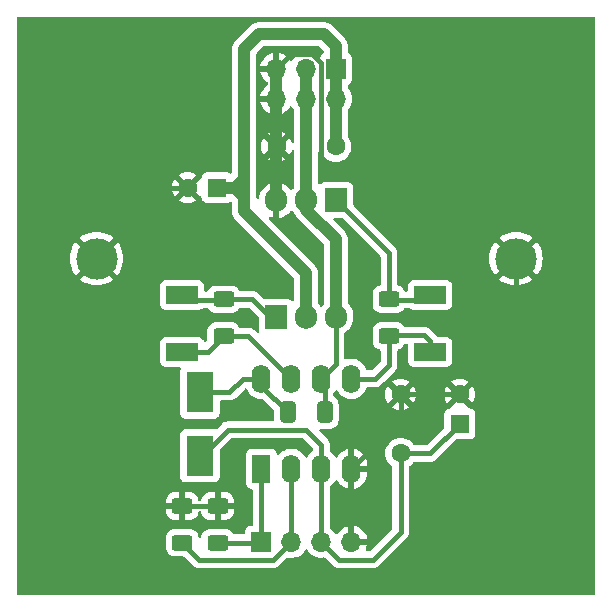
<source format=gbr>
%TF.GenerationSoftware,KiCad,Pcbnew,6.0.4-6f826c9f35~116~ubuntu18.04.1*%
%TF.CreationDate,2022-06-02T08:07:54+02:00*%
%TF.ProjectId,motor_driver_v3,6d6f746f-725f-4647-9269-7665725f7633,rev?*%
%TF.SameCoordinates,Original*%
%TF.FileFunction,Copper,L2,Bot*%
%TF.FilePolarity,Positive*%
%FSLAX46Y46*%
G04 Gerber Fmt 4.6, Leading zero omitted, Abs format (unit mm)*
G04 Created by KiCad (PCBNEW 6.0.4-6f826c9f35~116~ubuntu18.04.1) date 2022-06-02 08:07:54*
%MOMM*%
%LPD*%
G01*
G04 APERTURE LIST*
G04 Aperture macros list*
%AMRoundRect*
0 Rectangle with rounded corners*
0 $1 Rounding radius*
0 $2 $3 $4 $5 $6 $7 $8 $9 X,Y pos of 4 corners*
0 Add a 4 corners polygon primitive as box body*
4,1,4,$2,$3,$4,$5,$6,$7,$8,$9,$2,$3,0*
0 Add four circle primitives for the rounded corners*
1,1,$1+$1,$2,$3*
1,1,$1+$1,$4,$5*
1,1,$1+$1,$6,$7*
1,1,$1+$1,$8,$9*
0 Add four rect primitives between the rounded corners*
20,1,$1+$1,$2,$3,$4,$5,0*
20,1,$1+$1,$4,$5,$6,$7,0*
20,1,$1+$1,$6,$7,$8,$9,0*
20,1,$1+$1,$8,$9,$2,$3,0*%
G04 Aperture macros list end*
%TA.AperFunction,ComponentPad*%
%ADD10R,1.905000X2.000000*%
%TD*%
%TA.AperFunction,ComponentPad*%
%ADD11O,1.905000X2.000000*%
%TD*%
%TA.AperFunction,ComponentPad*%
%ADD12C,1.600000*%
%TD*%
%TA.AperFunction,ComponentPad*%
%ADD13R,1.600000X2.400000*%
%TD*%
%TA.AperFunction,ComponentPad*%
%ADD14O,1.600000X2.400000*%
%TD*%
%TA.AperFunction,ComponentPad*%
%ADD15C,3.500000*%
%TD*%
%TA.AperFunction,ComponentPad*%
%ADD16R,1.600000X1.600000*%
%TD*%
%TA.AperFunction,SMDPad,CuDef*%
%ADD17R,2.700000X1.500000*%
%TD*%
%TA.AperFunction,SMDPad,CuDef*%
%ADD18R,2.300000X3.500000*%
%TD*%
%TA.AperFunction,ComponentPad*%
%ADD19R,1.700000X1.700000*%
%TD*%
%TA.AperFunction,ComponentPad*%
%ADD20O,1.700000X1.700000*%
%TD*%
%TA.AperFunction,SMDPad,CuDef*%
%ADD21RoundRect,0.250000X0.625000X-0.400000X0.625000X0.400000X-0.625000X0.400000X-0.625000X-0.400000X0*%
%TD*%
%TA.AperFunction,SMDPad,CuDef*%
%ADD22RoundRect,0.250000X0.412500X0.650000X-0.412500X0.650000X-0.412500X-0.650000X0.412500X-0.650000X0*%
%TD*%
%TA.AperFunction,Conductor*%
%ADD23C,0.400000*%
%TD*%
%TA.AperFunction,Conductor*%
%ADD24C,1.000000*%
%TD*%
G04 APERTURE END LIST*
D10*
%TO.P,Q1,1,G*%
%TO.N,Net-(Q1-Pad1)*%
X97460000Y-103945000D03*
D11*
%TO.P,Q1,2,D*%
%TO.N,+24V*%
X100000000Y-103945000D03*
%TO.P,Q1,3,S*%
%TO.N,/out*%
X102540000Y-103945000D03*
%TD*%
D12*
%TO.P,C2,1*%
%TO.N,VCC*%
X108000000Y-115500000D03*
%TO.P,C2,2*%
%TO.N,GND*%
X108000000Y-110500000D03*
%TD*%
D10*
%TO.P,Q2,1,G*%
%TO.N,Net-(Q2-Pad1)*%
X102540000Y-94055000D03*
D11*
%TO.P,Q2,2,D*%
%TO.N,/out*%
X100000000Y-94055000D03*
%TO.P,Q2,3,S*%
%TO.N,GND*%
X97460000Y-94055000D03*
%TD*%
D13*
%TO.P,U1,1,LIN*%
%TO.N,/lin1*%
X96200000Y-116800000D03*
D14*
%TO.P,U1,2,HIN*%
%TO.N,/hin1*%
X98740000Y-116800000D03*
%TO.P,U1,3,Vcc*%
%TO.N,VCC*%
X101280000Y-116800000D03*
%TO.P,U1,4,GND*%
%TO.N,GND*%
X103820000Y-116800000D03*
%TO.P,U1,5,LVG*%
%TO.N,/Vgls1*%
X103820000Y-109180000D03*
%TO.P,U1,6,OUT*%
%TO.N,/out*%
X101280000Y-109180000D03*
%TO.P,U1,7,HVG*%
%TO.N,/Vghs1*%
X98740000Y-109180000D03*
%TO.P,U1,8,Vboot*%
%TO.N,Net-(C3-Pad2)*%
X96200000Y-109180000D03*
%TD*%
D15*
%TO.P,HS1,1*%
%TO.N,GND*%
X82250000Y-99000000D03*
X117750000Y-99000000D03*
%TD*%
D16*
%TO.P,C4,1*%
%TO.N,+24V*%
X92455113Y-93000000D03*
D12*
%TO.P,C4,2*%
%TO.N,GND*%
X89955113Y-93000000D03*
%TD*%
D16*
%TO.P,C1,1*%
%TO.N,VCC*%
X113000000Y-113000000D03*
D12*
%TO.P,C1,2*%
%TO.N,GND*%
X113000000Y-110500000D03*
%TD*%
%TO.P,C5,1*%
%TO.N,+24V*%
X102500000Y-89500000D03*
%TO.P,C5,2*%
%TO.N,GND*%
X97500000Y-89500000D03*
%TD*%
D17*
%TO.P,D3,1,K*%
%TO.N,/Vgls1*%
X110500000Y-106900000D03*
%TO.P,D3,2,A*%
%TO.N,Net-(Q2-Pad1)*%
X110500000Y-102100000D03*
%TD*%
%TO.P,D2,1,K*%
%TO.N,/Vghs1*%
X89500000Y-106900000D03*
%TO.P,D2,2,A*%
%TO.N,Net-(Q1-Pad1)*%
X89500000Y-102100000D03*
%TD*%
D18*
%TO.P,D1,1,K*%
%TO.N,Net-(C3-Pad2)*%
X91000000Y-110300000D03*
%TO.P,D1,2,A*%
%TO.N,VCC*%
X91000000Y-115700000D03*
%TD*%
D19*
%TO.P,P2,1,P1*%
%TO.N,/lin1*%
X96200000Y-122975000D03*
D20*
%TO.P,P2,2,P2*%
%TO.N,/hin1*%
X98740000Y-122975000D03*
%TO.P,P2,3,P3*%
%TO.N,VCC*%
X101280000Y-122975000D03*
%TO.P,P2,4,P4*%
%TO.N,GND*%
X103820000Y-122975000D03*
%TD*%
D21*
%TO.P,R2,1*%
%TO.N,/lin1*%
X92500000Y-123050000D03*
%TO.P,R2,2*%
%TO.N,GND*%
X92500000Y-119950000D03*
%TD*%
%TO.P,R4,1*%
%TO.N,/Vgls1*%
X107000000Y-105550000D03*
%TO.P,R4,2*%
%TO.N,Net-(Q2-Pad1)*%
X107000000Y-102450000D03*
%TD*%
%TO.P,R1,1*%
%TO.N,/hin1*%
X89500000Y-123050000D03*
%TO.P,R1,2*%
%TO.N,GND*%
X89500000Y-119950000D03*
%TD*%
D19*
%TO.P,P1,1,1*%
%TO.N,+24V*%
X102525000Y-82920000D03*
D20*
%TO.P,P1,2,2*%
X102525000Y-85460000D03*
%TO.P,P1,3,3*%
%TO.N,/out*%
X99985000Y-82920000D03*
%TO.P,P1,4,4*%
X99985000Y-85460000D03*
%TO.P,P1,5,5*%
%TO.N,GND*%
X97445000Y-82920000D03*
%TO.P,P1,6,6*%
X97445000Y-85460000D03*
%TD*%
D21*
%TO.P,R3,1*%
%TO.N,/Vghs1*%
X93000000Y-105550000D03*
%TO.P,R3,2*%
%TO.N,Net-(Q1-Pad1)*%
X93000000Y-102450000D03*
%TD*%
D22*
%TO.P,C3,1*%
%TO.N,/out*%
X101562500Y-112000000D03*
%TO.P,C3,2*%
%TO.N,Net-(C3-Pad2)*%
X98437500Y-112000000D03*
%TD*%
D23*
%TO.N,VCC*%
X108000000Y-122125000D02*
X108000000Y-115500000D01*
X91150000Y-115700000D02*
X91000000Y-115700000D01*
X100000000Y-113500000D02*
X93350000Y-113500000D01*
X101280000Y-122975000D02*
X102805000Y-124500000D01*
X102805000Y-124500000D02*
X105625000Y-124500000D01*
X101280000Y-116800000D02*
X101280000Y-122975000D01*
X101280000Y-116800000D02*
X101280000Y-114780000D01*
X93350000Y-113500000D02*
X91150000Y-115700000D01*
X105625000Y-124500000D02*
X108000000Y-122125000D01*
X101280000Y-114780000D02*
X100000000Y-113500000D01*
X108000000Y-115500000D02*
X110500000Y-115500000D01*
X110500000Y-115500000D02*
X113000000Y-113000000D01*
%TO.N,GND*%
X88250000Y-93000000D02*
X89955113Y-93000000D01*
X97445000Y-82920000D02*
X98694511Y-81670489D01*
X108000000Y-110500000D02*
X108000000Y-112620000D01*
X117750000Y-99000000D02*
X117750000Y-105750000D01*
X89500000Y-119950000D02*
X92500000Y-119950000D01*
X117750000Y-105750000D02*
X113000000Y-110500000D01*
X101500000Y-91500000D02*
X104000000Y-91500000D01*
X108000000Y-112620000D02*
X103820000Y-116800000D01*
X113000000Y-110500000D02*
X108000000Y-110500000D01*
D24*
X97445000Y-82920000D02*
X97445000Y-94040000D01*
D23*
X101234511Y-82402435D02*
X101234511Y-91234511D01*
X103820000Y-116800000D02*
X103820000Y-122975000D01*
X82250000Y-99000000D02*
X88250000Y-93000000D01*
X100502565Y-81670489D02*
X101234511Y-82402435D01*
X97445000Y-94040000D02*
X97460000Y-94055000D01*
X98694511Y-81670489D02*
X100502565Y-81670489D01*
X101234511Y-91234511D02*
X101500000Y-91500000D01*
D24*
%TO.N,/out*%
X100015000Y-83210000D02*
X100015000Y-94040000D01*
D23*
X101562500Y-109462500D02*
X101280000Y-109180000D01*
X101562500Y-112000000D02*
X101562500Y-109462500D01*
X102500000Y-107960000D02*
X102500000Y-103985000D01*
X101280000Y-109180000D02*
X102500000Y-107960000D01*
X102500000Y-103985000D02*
X102540000Y-103945000D01*
D24*
X100000000Y-94866522D02*
X102500000Y-97366522D01*
X102500000Y-103905000D02*
X102540000Y-103945000D01*
X100015000Y-94040000D02*
X100000000Y-94055000D01*
X100000000Y-94055000D02*
X100000000Y-94866522D01*
X102500000Y-97366522D02*
X102500000Y-103905000D01*
%TO.N,+24V*%
X102525000Y-89475000D02*
X102500000Y-89500000D01*
X96000000Y-80000000D02*
X101500000Y-80000000D01*
X94750000Y-95000000D02*
X94750000Y-94000000D01*
X94000000Y-93000000D02*
X94750000Y-93750000D01*
X94750000Y-93250000D02*
X94750000Y-92000000D01*
X94750000Y-93750000D02*
X94750000Y-94000000D01*
X94750000Y-94000000D02*
X94750000Y-93250000D01*
X101500000Y-80000000D02*
X102525000Y-81025000D01*
X94000000Y-93000000D02*
X94500000Y-93000000D01*
X94500000Y-93000000D02*
X94750000Y-93250000D01*
X100000000Y-103945000D02*
X100000000Y-100250000D01*
X94750000Y-81250000D02*
X96000000Y-80000000D01*
X102525000Y-82920000D02*
X102525000Y-89475000D01*
X94750000Y-92000000D02*
X94750000Y-81250000D01*
X102525000Y-81025000D02*
X102525000Y-82920000D01*
X94000000Y-93000000D02*
X94750000Y-92250000D01*
X94750000Y-92250000D02*
X94750000Y-92000000D01*
X92455113Y-93000000D02*
X94000000Y-93000000D01*
X100000000Y-100250000D02*
X94750000Y-95000000D01*
D23*
%TO.N,Net-(C3-Pad2)*%
X96200000Y-109762500D02*
X96200000Y-109180000D01*
X98437500Y-112000000D02*
X96200000Y-109762500D01*
X94620000Y-109180000D02*
X93500000Y-110300000D01*
X91000000Y-110300000D02*
X93500000Y-110300000D01*
X96200000Y-109180000D02*
X94620000Y-109180000D01*
%TO.N,/lin1*%
X92500000Y-123050000D02*
X96125000Y-123050000D01*
X96125000Y-123050000D02*
X96200000Y-122975000D01*
X96200000Y-116800000D02*
X96200000Y-122975000D01*
%TO.N,/hin1*%
X98740000Y-122975000D02*
X98740000Y-116800000D01*
X97215000Y-124500000D02*
X98740000Y-122975000D01*
X89500000Y-123050000D02*
X90950000Y-124500000D01*
X90950000Y-124500000D02*
X97215000Y-124500000D01*
%TO.N,/Vghs1*%
X93000000Y-105550000D02*
X95110000Y-105550000D01*
X95110000Y-105550000D02*
X98740000Y-109180000D01*
X93000000Y-105550000D02*
X91650000Y-106900000D01*
X91650000Y-106900000D02*
X89500000Y-106900000D01*
%TO.N,/Vgls1*%
X110000000Y-105500000D02*
X107050000Y-105500000D01*
X110500000Y-106000000D02*
X110000000Y-105500000D01*
X110500000Y-106900000D02*
X110500000Y-106000000D01*
X103820000Y-109180000D02*
X105820000Y-109180000D01*
X105820000Y-109180000D02*
X107000000Y-108000000D01*
X107000000Y-108000000D02*
X107000000Y-105550000D01*
X107050000Y-105500000D02*
X107000000Y-105550000D01*
%TO.N,Net-(Q1-Pad1)*%
X93000000Y-102450000D02*
X95450000Y-102450000D01*
X96945000Y-103945000D02*
X97460000Y-103945000D01*
X89500000Y-102100000D02*
X89900000Y-102500000D01*
X89900000Y-102500000D02*
X92950000Y-102500000D01*
X92950000Y-102500000D02*
X93000000Y-102450000D01*
X95450000Y-102450000D02*
X96945000Y-103945000D01*
%TO.N,Net-(Q2-Pad1)*%
X110500000Y-102100000D02*
X110100000Y-102500000D01*
X110100000Y-102500000D02*
X107050000Y-102500000D01*
X107000000Y-98515000D02*
X107000000Y-102450000D01*
X107050000Y-102500000D02*
X107000000Y-102450000D01*
X102540000Y-94055000D02*
X107000000Y-98515000D01*
%TD*%
%TA.AperFunction,Conductor*%
%TO.N,GND*%
G36*
X124433621Y-78528502D02*
G01*
X124480114Y-78582158D01*
X124491500Y-78634500D01*
X124491500Y-127365500D01*
X124471498Y-127433621D01*
X124417842Y-127480114D01*
X124365500Y-127491500D01*
X75634500Y-127491500D01*
X75566379Y-127471498D01*
X75519886Y-127417842D01*
X75508500Y-127365500D01*
X75508500Y-120397095D01*
X88117001Y-120397095D01*
X88117338Y-120403614D01*
X88127257Y-120499206D01*
X88130149Y-120512600D01*
X88181588Y-120666784D01*
X88187761Y-120679962D01*
X88273063Y-120817807D01*
X88282099Y-120829208D01*
X88396829Y-120943739D01*
X88408240Y-120952751D01*
X88546243Y-121037816D01*
X88559424Y-121043963D01*
X88713710Y-121095138D01*
X88727086Y-121098005D01*
X88821438Y-121107672D01*
X88827854Y-121108000D01*
X89227885Y-121108000D01*
X89243124Y-121103525D01*
X89244329Y-121102135D01*
X89246000Y-121094452D01*
X89246000Y-121089884D01*
X89754000Y-121089884D01*
X89758475Y-121105123D01*
X89759865Y-121106328D01*
X89767548Y-121107999D01*
X90172095Y-121107999D01*
X90178614Y-121107662D01*
X90274206Y-121097743D01*
X90287600Y-121094851D01*
X90441784Y-121043412D01*
X90454962Y-121037239D01*
X90592807Y-120951937D01*
X90604208Y-120942901D01*
X90718739Y-120828171D01*
X90727751Y-120816760D01*
X90812816Y-120678757D01*
X90818963Y-120665576D01*
X90870138Y-120511290D01*
X90873005Y-120497914D01*
X90874709Y-120481284D01*
X90901549Y-120415557D01*
X90959664Y-120374774D01*
X91030601Y-120371884D01*
X91091840Y-120407805D01*
X91123937Y-120471132D01*
X91125380Y-120481120D01*
X91127257Y-120499207D01*
X91130149Y-120512600D01*
X91181588Y-120666784D01*
X91187761Y-120679962D01*
X91273063Y-120817807D01*
X91282099Y-120829208D01*
X91396829Y-120943739D01*
X91408240Y-120952751D01*
X91546243Y-121037816D01*
X91559424Y-121043963D01*
X91713710Y-121095138D01*
X91727086Y-121098005D01*
X91821438Y-121107672D01*
X91827854Y-121108000D01*
X92227885Y-121108000D01*
X92243124Y-121103525D01*
X92244329Y-121102135D01*
X92246000Y-121094452D01*
X92246000Y-121089884D01*
X92754000Y-121089884D01*
X92758475Y-121105123D01*
X92759865Y-121106328D01*
X92767548Y-121107999D01*
X93172095Y-121107999D01*
X93178614Y-121107662D01*
X93274206Y-121097743D01*
X93287600Y-121094851D01*
X93441784Y-121043412D01*
X93454962Y-121037239D01*
X93592807Y-120951937D01*
X93604208Y-120942901D01*
X93718739Y-120828171D01*
X93727751Y-120816760D01*
X93812816Y-120678757D01*
X93818963Y-120665576D01*
X93870138Y-120511290D01*
X93873005Y-120497914D01*
X93882672Y-120403562D01*
X93883000Y-120397146D01*
X93883000Y-120222115D01*
X93878525Y-120206876D01*
X93877135Y-120205671D01*
X93869452Y-120204000D01*
X92772115Y-120204000D01*
X92756876Y-120208475D01*
X92755671Y-120209865D01*
X92754000Y-120217548D01*
X92754000Y-121089884D01*
X92246000Y-121089884D01*
X92246000Y-119677885D01*
X92754000Y-119677885D01*
X92758475Y-119693124D01*
X92759865Y-119694329D01*
X92767548Y-119696000D01*
X93864884Y-119696000D01*
X93880123Y-119691525D01*
X93881328Y-119690135D01*
X93882999Y-119682452D01*
X93882999Y-119502905D01*
X93882662Y-119496386D01*
X93872743Y-119400794D01*
X93869851Y-119387400D01*
X93818412Y-119233216D01*
X93812239Y-119220038D01*
X93726937Y-119082193D01*
X93717901Y-119070792D01*
X93603171Y-118956261D01*
X93591760Y-118947249D01*
X93453757Y-118862184D01*
X93440576Y-118856037D01*
X93286290Y-118804862D01*
X93272914Y-118801995D01*
X93178562Y-118792328D01*
X93172145Y-118792000D01*
X92772115Y-118792000D01*
X92756876Y-118796475D01*
X92755671Y-118797865D01*
X92754000Y-118805548D01*
X92754000Y-119677885D01*
X92246000Y-119677885D01*
X92246000Y-118810116D01*
X92241525Y-118794877D01*
X92240135Y-118793672D01*
X92232452Y-118792001D01*
X91827905Y-118792001D01*
X91821386Y-118792338D01*
X91725794Y-118802257D01*
X91712400Y-118805149D01*
X91558216Y-118856588D01*
X91545038Y-118862761D01*
X91407193Y-118948063D01*
X91395792Y-118957099D01*
X91281261Y-119071829D01*
X91272249Y-119083240D01*
X91187184Y-119221243D01*
X91181037Y-119234424D01*
X91129862Y-119388710D01*
X91126995Y-119402086D01*
X91125291Y-119418716D01*
X91098451Y-119484443D01*
X91040336Y-119525226D01*
X90969399Y-119528116D01*
X90908160Y-119492195D01*
X90876063Y-119428868D01*
X90874620Y-119418880D01*
X90872743Y-119400793D01*
X90869851Y-119387400D01*
X90818412Y-119233216D01*
X90812239Y-119220038D01*
X90726937Y-119082193D01*
X90717901Y-119070792D01*
X90603171Y-118956261D01*
X90591760Y-118947249D01*
X90453757Y-118862184D01*
X90440576Y-118856037D01*
X90286290Y-118804862D01*
X90272914Y-118801995D01*
X90178562Y-118792328D01*
X90172145Y-118792000D01*
X89772115Y-118792000D01*
X89756876Y-118796475D01*
X89755671Y-118797865D01*
X89754000Y-118805548D01*
X89754000Y-121089884D01*
X89246000Y-121089884D01*
X89246000Y-120222115D01*
X89241525Y-120206876D01*
X89240135Y-120205671D01*
X89232452Y-120204000D01*
X88135116Y-120204000D01*
X88119877Y-120208475D01*
X88118672Y-120209865D01*
X88117001Y-120217548D01*
X88117001Y-120397095D01*
X75508500Y-120397095D01*
X75508500Y-119677885D01*
X88117000Y-119677885D01*
X88121475Y-119693124D01*
X88122865Y-119694329D01*
X88130548Y-119696000D01*
X89227885Y-119696000D01*
X89243124Y-119691525D01*
X89244329Y-119690135D01*
X89246000Y-119682452D01*
X89246000Y-118810116D01*
X89241525Y-118794877D01*
X89240135Y-118793672D01*
X89232452Y-118792001D01*
X88827905Y-118792001D01*
X88821386Y-118792338D01*
X88725794Y-118802257D01*
X88712400Y-118805149D01*
X88558216Y-118856588D01*
X88545038Y-118862761D01*
X88407193Y-118948063D01*
X88395792Y-118957099D01*
X88281261Y-119071829D01*
X88272249Y-119083240D01*
X88187184Y-119221243D01*
X88181037Y-119234424D01*
X88129862Y-119388710D01*
X88126995Y-119402086D01*
X88117328Y-119496438D01*
X88117000Y-119502855D01*
X88117000Y-119677885D01*
X75508500Y-119677885D01*
X75508500Y-107698134D01*
X87641500Y-107698134D01*
X87648255Y-107760316D01*
X87699385Y-107896705D01*
X87786739Y-108013261D01*
X87903295Y-108100615D01*
X88039684Y-108151745D01*
X88101866Y-108158500D01*
X89271868Y-108158500D01*
X89339989Y-108178502D01*
X89386482Y-108232158D01*
X89396586Y-108302432D01*
X89389850Y-108328729D01*
X89348255Y-108439684D01*
X89341500Y-108501866D01*
X89341500Y-112098134D01*
X89348255Y-112160316D01*
X89399385Y-112296705D01*
X89486739Y-112413261D01*
X89603295Y-112500615D01*
X89739684Y-112551745D01*
X89801866Y-112558500D01*
X92198134Y-112558500D01*
X92260316Y-112551745D01*
X92396705Y-112500615D01*
X92513261Y-112413261D01*
X92600615Y-112296705D01*
X92651745Y-112160316D01*
X92658500Y-112098134D01*
X92658500Y-111134500D01*
X92678502Y-111066379D01*
X92732158Y-111019886D01*
X92784500Y-111008500D01*
X93471088Y-111008500D01*
X93479658Y-111008792D01*
X93529776Y-111012209D01*
X93529780Y-111012209D01*
X93537352Y-111012725D01*
X93544829Y-111011420D01*
X93544830Y-111011420D01*
X93571308Y-111006799D01*
X93600303Y-111001738D01*
X93606821Y-111000777D01*
X93670242Y-110993102D01*
X93677343Y-110990419D01*
X93679952Y-110989778D01*
X93696262Y-110985315D01*
X93698798Y-110984550D01*
X93706284Y-110983243D01*
X93764800Y-110957556D01*
X93770904Y-110955065D01*
X93773583Y-110954053D01*
X93830656Y-110932487D01*
X93836919Y-110928183D01*
X93839285Y-110926946D01*
X93854097Y-110918701D01*
X93856351Y-110917368D01*
X93863305Y-110914315D01*
X93914002Y-110875413D01*
X93919332Y-110871541D01*
X93965720Y-110839661D01*
X93965725Y-110839656D01*
X93971981Y-110835357D01*
X93990757Y-110814284D01*
X94013427Y-110788839D01*
X94018408Y-110783562D01*
X94777102Y-110024869D01*
X94839414Y-109990844D01*
X94910230Y-109995909D01*
X94967065Y-110038456D01*
X94980392Y-110060716D01*
X95060149Y-110231758D01*
X95060153Y-110231764D01*
X95062477Y-110236749D01*
X95193802Y-110424300D01*
X95355700Y-110586198D01*
X95360208Y-110589355D01*
X95360211Y-110589357D01*
X95411893Y-110625545D01*
X95543251Y-110717523D01*
X95548233Y-110719846D01*
X95548238Y-110719849D01*
X95731557Y-110805331D01*
X95750757Y-110814284D01*
X95756065Y-110815706D01*
X95756067Y-110815707D01*
X95966598Y-110872119D01*
X95966600Y-110872119D01*
X95971913Y-110873543D01*
X96200000Y-110893498D01*
X96205475Y-110893019D01*
X96205485Y-110893019D01*
X96260117Y-110888239D01*
X96329722Y-110902227D01*
X96360194Y-110924664D01*
X97229595Y-111794065D01*
X97263621Y-111856377D01*
X97266500Y-111883160D01*
X97266500Y-112665500D01*
X97246498Y-112733621D01*
X97192842Y-112780114D01*
X97140500Y-112791500D01*
X93378927Y-112791500D01*
X93370358Y-112791208D01*
X93320225Y-112787790D01*
X93320221Y-112787790D01*
X93312648Y-112787274D01*
X93249681Y-112798264D01*
X93243169Y-112799224D01*
X93179758Y-112806898D01*
X93172657Y-112809581D01*
X93170048Y-112810222D01*
X93153715Y-112814691D01*
X93151195Y-112815452D01*
X93143717Y-112816757D01*
X93136765Y-112819809D01*
X93136764Y-112819809D01*
X93085204Y-112842441D01*
X93079099Y-112844932D01*
X93026456Y-112864825D01*
X93026452Y-112864827D01*
X93019344Y-112867513D01*
X93013083Y-112871816D01*
X93010717Y-112873053D01*
X92995937Y-112881280D01*
X92993652Y-112882631D01*
X92986695Y-112885685D01*
X92980675Y-112890305D01*
X92980669Y-112890308D01*
X92949542Y-112914194D01*
X92935998Y-112924587D01*
X92930668Y-112928459D01*
X92884280Y-112960339D01*
X92884275Y-112960344D01*
X92878019Y-112964643D01*
X92872968Y-112970313D01*
X92872966Y-112970314D01*
X92836565Y-113011170D01*
X92831584Y-113016446D01*
X92419113Y-113428917D01*
X92356801Y-113462943D01*
X92285789Y-113457804D01*
X92267718Y-113451029D01*
X92267711Y-113451027D01*
X92260316Y-113448255D01*
X92198134Y-113441500D01*
X89801866Y-113441500D01*
X89739684Y-113448255D01*
X89603295Y-113499385D01*
X89486739Y-113586739D01*
X89399385Y-113703295D01*
X89348255Y-113839684D01*
X89341500Y-113901866D01*
X89341500Y-117498134D01*
X89348255Y-117560316D01*
X89399385Y-117696705D01*
X89486739Y-117813261D01*
X89603295Y-117900615D01*
X89739684Y-117951745D01*
X89801866Y-117958500D01*
X92198134Y-117958500D01*
X92260316Y-117951745D01*
X92396705Y-117900615D01*
X92513261Y-117813261D01*
X92600615Y-117696705D01*
X92651745Y-117560316D01*
X92658500Y-117498134D01*
X92658500Y-115245660D01*
X92678502Y-115177539D01*
X92695405Y-115156565D01*
X93606565Y-114245405D01*
X93668877Y-114211379D01*
X93695660Y-114208500D01*
X99654339Y-114208500D01*
X99722460Y-114228502D01*
X99743435Y-114245405D01*
X100534596Y-115036567D01*
X100568621Y-115098879D01*
X100571500Y-115125662D01*
X100571500Y-115233122D01*
X100551498Y-115301243D01*
X100517771Y-115336335D01*
X100440211Y-115390643D01*
X100440208Y-115390645D01*
X100435700Y-115393802D01*
X100273802Y-115555700D01*
X100142477Y-115743251D01*
X100140154Y-115748233D01*
X100140151Y-115748238D01*
X100124195Y-115782457D01*
X100077278Y-115835742D01*
X100009001Y-115855203D01*
X99941041Y-115834661D01*
X99895805Y-115782457D01*
X99879849Y-115748238D01*
X99879846Y-115748233D01*
X99877523Y-115743251D01*
X99746198Y-115555700D01*
X99584300Y-115393802D01*
X99579792Y-115390645D01*
X99579789Y-115390643D01*
X99452112Y-115301243D01*
X99396749Y-115262477D01*
X99391767Y-115260154D01*
X99391762Y-115260151D01*
X99194225Y-115168039D01*
X99194224Y-115168039D01*
X99189243Y-115165716D01*
X99183935Y-115164294D01*
X99183933Y-115164293D01*
X98973402Y-115107881D01*
X98973400Y-115107881D01*
X98968087Y-115106457D01*
X98740000Y-115086502D01*
X98511913Y-115106457D01*
X98506600Y-115107881D01*
X98506598Y-115107881D01*
X98296067Y-115164293D01*
X98296065Y-115164294D01*
X98290757Y-115165716D01*
X98285776Y-115168039D01*
X98285775Y-115168039D01*
X98088238Y-115260151D01*
X98088233Y-115260154D01*
X98083251Y-115262477D01*
X98027888Y-115301243D01*
X97900211Y-115390643D01*
X97900208Y-115390645D01*
X97895700Y-115393802D01*
X97733802Y-115555700D01*
X97730643Y-115560211D01*
X97727108Y-115564424D01*
X97725974Y-115563473D01*
X97675929Y-115603471D01*
X97605310Y-115610776D01*
X97541951Y-115578742D01*
X97505970Y-115517538D01*
X97502918Y-115500483D01*
X97501745Y-115489684D01*
X97450615Y-115353295D01*
X97363261Y-115236739D01*
X97246705Y-115149385D01*
X97110316Y-115098255D01*
X97048134Y-115091500D01*
X95351866Y-115091500D01*
X95289684Y-115098255D01*
X95153295Y-115149385D01*
X95036739Y-115236739D01*
X94949385Y-115353295D01*
X94898255Y-115489684D01*
X94891500Y-115551866D01*
X94891500Y-118048134D01*
X94898255Y-118110316D01*
X94949385Y-118246705D01*
X95036739Y-118363261D01*
X95153295Y-118450615D01*
X95289684Y-118501745D01*
X95351866Y-118508500D01*
X95365500Y-118508500D01*
X95433621Y-118528502D01*
X95480114Y-118582158D01*
X95491500Y-118634500D01*
X95491500Y-121490500D01*
X95471498Y-121558621D01*
X95417842Y-121605114D01*
X95365500Y-121616500D01*
X95301866Y-121616500D01*
X95239684Y-121623255D01*
X95103295Y-121674385D01*
X94986739Y-121761739D01*
X94899385Y-121878295D01*
X94848255Y-122014684D01*
X94841500Y-122076866D01*
X94841500Y-122215500D01*
X94821498Y-122283621D01*
X94767842Y-122330114D01*
X94715500Y-122341500D01*
X93896311Y-122341500D01*
X93828190Y-122321498D01*
X93789167Y-122281804D01*
X93783415Y-122272509D01*
X93723478Y-122175652D01*
X93598303Y-122050695D01*
X93592072Y-122046854D01*
X93453968Y-121961725D01*
X93453966Y-121961724D01*
X93447738Y-121957885D01*
X93287254Y-121904655D01*
X93286389Y-121904368D01*
X93286387Y-121904368D01*
X93279861Y-121902203D01*
X93273025Y-121901503D01*
X93273022Y-121901502D01*
X93229969Y-121897091D01*
X93175400Y-121891500D01*
X91824600Y-121891500D01*
X91821354Y-121891837D01*
X91821350Y-121891837D01*
X91725692Y-121901762D01*
X91725688Y-121901763D01*
X91718834Y-121902474D01*
X91712298Y-121904655D01*
X91712296Y-121904655D01*
X91580194Y-121948728D01*
X91551054Y-121958450D01*
X91400652Y-122051522D01*
X91275695Y-122176697D01*
X91271855Y-122182927D01*
X91271854Y-122182928D01*
X91187315Y-122320076D01*
X91182885Y-122327262D01*
X91176885Y-122345352D01*
X91130100Y-122486406D01*
X91127203Y-122495139D01*
X91126503Y-122501975D01*
X91126502Y-122501978D01*
X91125288Y-122513829D01*
X91098446Y-122579556D01*
X91040331Y-122620337D01*
X90969393Y-122623225D01*
X90908155Y-122587303D01*
X90876059Y-122523975D01*
X90874617Y-122513987D01*
X90873238Y-122500693D01*
X90873237Y-122500690D01*
X90872526Y-122493834D01*
X90861993Y-122462261D01*
X90818868Y-122333002D01*
X90816550Y-122326054D01*
X90723478Y-122175652D01*
X90598303Y-122050695D01*
X90592072Y-122046854D01*
X90453968Y-121961725D01*
X90453966Y-121961724D01*
X90447738Y-121957885D01*
X90287254Y-121904655D01*
X90286389Y-121904368D01*
X90286387Y-121904368D01*
X90279861Y-121902203D01*
X90273025Y-121901503D01*
X90273022Y-121901502D01*
X90229969Y-121897091D01*
X90175400Y-121891500D01*
X88824600Y-121891500D01*
X88821354Y-121891837D01*
X88821350Y-121891837D01*
X88725692Y-121901762D01*
X88725688Y-121901763D01*
X88718834Y-121902474D01*
X88712298Y-121904655D01*
X88712296Y-121904655D01*
X88580194Y-121948728D01*
X88551054Y-121958450D01*
X88400652Y-122051522D01*
X88275695Y-122176697D01*
X88271855Y-122182927D01*
X88271854Y-122182928D01*
X88187315Y-122320076D01*
X88182885Y-122327262D01*
X88176885Y-122345352D01*
X88130100Y-122486406D01*
X88127203Y-122495139D01*
X88116500Y-122599600D01*
X88116500Y-123500400D01*
X88116837Y-123503646D01*
X88116837Y-123503650D01*
X88125757Y-123589616D01*
X88127474Y-123606166D01*
X88183450Y-123773946D01*
X88276522Y-123924348D01*
X88401697Y-124049305D01*
X88407927Y-124053145D01*
X88407928Y-124053146D01*
X88470364Y-124091632D01*
X88552262Y-124142115D01*
X88632005Y-124168564D01*
X88713611Y-124195632D01*
X88713613Y-124195632D01*
X88720139Y-124197797D01*
X88726975Y-124198497D01*
X88726978Y-124198498D01*
X88770031Y-124202909D01*
X88824600Y-124208500D01*
X89604340Y-124208500D01*
X89672461Y-124228502D01*
X89693435Y-124245405D01*
X90428550Y-124980520D01*
X90434404Y-124986785D01*
X90472439Y-125030385D01*
X90478657Y-125034755D01*
X90524697Y-125067112D01*
X90529993Y-125071045D01*
X90580282Y-125110477D01*
X90587204Y-125113602D01*
X90589452Y-125114964D01*
X90604185Y-125123368D01*
X90606524Y-125124622D01*
X90612739Y-125128990D01*
X90619815Y-125131749D01*
X90619819Y-125131751D01*
X90672269Y-125152200D01*
X90678334Y-125154749D01*
X90736573Y-125181045D01*
X90744038Y-125182429D01*
X90746582Y-125183226D01*
X90762848Y-125187859D01*
X90765428Y-125188521D01*
X90772509Y-125191282D01*
X90780042Y-125192274D01*
X90780043Y-125192274D01*
X90793261Y-125194014D01*
X90835857Y-125199622D01*
X90842355Y-125200650D01*
X90905187Y-125212296D01*
X90912767Y-125211859D01*
X90912768Y-125211859D01*
X90967398Y-125208709D01*
X90974651Y-125208500D01*
X97186088Y-125208500D01*
X97194658Y-125208792D01*
X97244776Y-125212209D01*
X97244780Y-125212209D01*
X97252352Y-125212725D01*
X97259829Y-125211420D01*
X97259830Y-125211420D01*
X97286308Y-125206799D01*
X97315303Y-125201738D01*
X97321821Y-125200777D01*
X97385242Y-125193102D01*
X97392343Y-125190419D01*
X97394952Y-125189778D01*
X97411262Y-125185315D01*
X97413798Y-125184550D01*
X97421284Y-125183243D01*
X97479800Y-125157556D01*
X97485904Y-125155065D01*
X97490319Y-125153397D01*
X97545656Y-125132487D01*
X97551919Y-125128183D01*
X97554285Y-125126946D01*
X97569097Y-125118701D01*
X97571351Y-125117368D01*
X97578305Y-125114315D01*
X97629002Y-125075413D01*
X97634332Y-125071541D01*
X97680720Y-125039661D01*
X97680725Y-125039656D01*
X97686981Y-125035357D01*
X97728436Y-124988829D01*
X97733416Y-124983554D01*
X98372684Y-124344286D01*
X98434996Y-124310260D01*
X98486896Y-124309910D01*
X98578597Y-124328567D01*
X98583772Y-124328757D01*
X98583774Y-124328757D01*
X98796673Y-124336564D01*
X98796677Y-124336564D01*
X98801837Y-124336753D01*
X98806957Y-124336097D01*
X98806959Y-124336097D01*
X99018288Y-124309025D01*
X99018289Y-124309025D01*
X99023416Y-124308368D01*
X99063264Y-124296413D01*
X99232429Y-124245661D01*
X99232434Y-124245659D01*
X99237384Y-124244174D01*
X99437994Y-124145896D01*
X99619860Y-124016173D01*
X99778096Y-123858489D01*
X99908453Y-123677077D01*
X99909776Y-123678028D01*
X99956645Y-123634857D01*
X100026580Y-123622625D01*
X100092026Y-123650144D01*
X100119875Y-123681994D01*
X100179987Y-123780088D01*
X100326250Y-123948938D01*
X100498126Y-124091632D01*
X100691000Y-124204338D01*
X100899692Y-124284030D01*
X100904760Y-124285061D01*
X100904763Y-124285062D01*
X100964891Y-124297295D01*
X101118597Y-124328567D01*
X101123772Y-124328757D01*
X101123774Y-124328757D01*
X101336673Y-124336564D01*
X101336677Y-124336564D01*
X101341837Y-124336753D01*
X101346957Y-124336097D01*
X101346959Y-124336097D01*
X101544589Y-124310780D01*
X101614699Y-124321965D01*
X101649694Y-124346664D01*
X102283550Y-124980520D01*
X102289404Y-124986785D01*
X102327439Y-125030385D01*
X102333657Y-125034755D01*
X102379697Y-125067112D01*
X102384993Y-125071045D01*
X102435282Y-125110477D01*
X102442204Y-125113602D01*
X102444452Y-125114964D01*
X102459185Y-125123368D01*
X102461524Y-125124622D01*
X102467739Y-125128990D01*
X102474815Y-125131749D01*
X102474819Y-125131751D01*
X102527269Y-125152200D01*
X102533334Y-125154749D01*
X102591573Y-125181045D01*
X102599038Y-125182429D01*
X102601582Y-125183226D01*
X102617848Y-125187859D01*
X102620428Y-125188521D01*
X102627509Y-125191282D01*
X102635042Y-125192274D01*
X102635043Y-125192274D01*
X102648261Y-125194014D01*
X102690857Y-125199622D01*
X102697355Y-125200650D01*
X102760187Y-125212296D01*
X102767767Y-125211859D01*
X102767768Y-125211859D01*
X102822398Y-125208709D01*
X102829651Y-125208500D01*
X105596088Y-125208500D01*
X105604658Y-125208792D01*
X105654776Y-125212209D01*
X105654780Y-125212209D01*
X105662352Y-125212725D01*
X105669829Y-125211420D01*
X105669830Y-125211420D01*
X105696308Y-125206799D01*
X105725303Y-125201738D01*
X105731821Y-125200777D01*
X105795242Y-125193102D01*
X105802343Y-125190419D01*
X105804952Y-125189778D01*
X105821262Y-125185315D01*
X105823798Y-125184550D01*
X105831284Y-125183243D01*
X105889800Y-125157556D01*
X105895904Y-125155065D01*
X105900319Y-125153397D01*
X105955656Y-125132487D01*
X105961919Y-125128183D01*
X105964285Y-125126946D01*
X105979097Y-125118701D01*
X105981351Y-125117368D01*
X105988305Y-125114315D01*
X106039002Y-125075413D01*
X106044332Y-125071541D01*
X106090720Y-125039661D01*
X106090725Y-125039656D01*
X106096981Y-125035357D01*
X106138436Y-124988829D01*
X106143416Y-124983554D01*
X108480528Y-122646443D01*
X108486793Y-122640589D01*
X108524664Y-122607552D01*
X108524665Y-122607551D01*
X108530385Y-122602561D01*
X108567136Y-122550271D01*
X108571028Y-122545029D01*
X108610476Y-122494718D01*
X108613600Y-122487799D01*
X108614988Y-122485507D01*
X108623357Y-122470835D01*
X108624622Y-122468475D01*
X108628990Y-122462261D01*
X108652203Y-122402723D01*
X108654759Y-122396642D01*
X108677918Y-122345352D01*
X108681045Y-122338427D01*
X108682430Y-122330954D01*
X108683234Y-122328388D01*
X108687855Y-122312165D01*
X108688520Y-122309573D01*
X108691282Y-122302491D01*
X108699622Y-122239139D01*
X108700654Y-122232623D01*
X108710911Y-122177281D01*
X108712295Y-122169814D01*
X108708709Y-122107620D01*
X108708500Y-122100367D01*
X108708500Y-116666878D01*
X108728502Y-116598757D01*
X108762229Y-116563665D01*
X108839789Y-116509357D01*
X108839792Y-116509355D01*
X108844300Y-116506198D01*
X109006198Y-116344300D01*
X109063665Y-116262229D01*
X109119122Y-116217901D01*
X109166878Y-116208500D01*
X110471088Y-116208500D01*
X110479658Y-116208792D01*
X110529776Y-116212209D01*
X110529780Y-116212209D01*
X110537352Y-116212725D01*
X110544829Y-116211420D01*
X110544830Y-116211420D01*
X110571308Y-116206799D01*
X110600303Y-116201738D01*
X110606821Y-116200777D01*
X110670242Y-116193102D01*
X110677343Y-116190419D01*
X110679952Y-116189778D01*
X110696262Y-116185315D01*
X110698798Y-116184550D01*
X110706284Y-116183243D01*
X110764800Y-116157556D01*
X110770904Y-116155065D01*
X110779646Y-116151762D01*
X110830656Y-116132487D01*
X110836919Y-116128183D01*
X110839285Y-116126946D01*
X110854097Y-116118701D01*
X110856351Y-116117368D01*
X110863305Y-116114315D01*
X110914002Y-116075413D01*
X110919332Y-116071541D01*
X110965720Y-116039661D01*
X110965725Y-116039656D01*
X110971981Y-116035357D01*
X111013436Y-115988829D01*
X111018416Y-115983554D01*
X112656565Y-114345405D01*
X112718877Y-114311379D01*
X112745660Y-114308500D01*
X113848134Y-114308500D01*
X113910316Y-114301745D01*
X114046705Y-114250615D01*
X114163261Y-114163261D01*
X114250615Y-114046705D01*
X114301745Y-113910316D01*
X114308500Y-113848134D01*
X114308500Y-112151866D01*
X114301745Y-112089684D01*
X114250615Y-111953295D01*
X114163261Y-111836739D01*
X114046705Y-111749385D01*
X113910316Y-111698255D01*
X113866748Y-111693522D01*
X113851514Y-111691867D01*
X113851511Y-111691867D01*
X113848134Y-111691500D01*
X113844815Y-111691500D01*
X113777890Y-111667847D01*
X113742196Y-111621844D01*
X113740266Y-111622859D01*
X113734558Y-111612000D01*
X113734368Y-111611755D01*
X113734347Y-111611597D01*
X113714356Y-111573566D01*
X113012812Y-110872022D01*
X112998868Y-110864408D01*
X112997035Y-110864539D01*
X112990420Y-110868790D01*
X112284923Y-111574287D01*
X112262129Y-111616029D01*
X112259953Y-111626029D01*
X112209747Y-111676227D01*
X112156186Y-111691451D01*
X112155281Y-111691500D01*
X112151866Y-111691500D01*
X112148470Y-111691869D01*
X112148468Y-111691869D01*
X112136121Y-111693210D01*
X112089684Y-111698255D01*
X111953295Y-111749385D01*
X111836739Y-111836739D01*
X111749385Y-111953295D01*
X111698255Y-112089684D01*
X111691500Y-112151866D01*
X111691500Y-113254340D01*
X111671498Y-113322461D01*
X111654595Y-113343435D01*
X110243435Y-114754595D01*
X110181123Y-114788621D01*
X110154340Y-114791500D01*
X109166878Y-114791500D01*
X109098757Y-114771498D01*
X109063665Y-114737771D01*
X109009357Y-114660211D01*
X109009355Y-114660208D01*
X109006198Y-114655700D01*
X108844300Y-114493802D01*
X108839792Y-114490645D01*
X108839789Y-114490643D01*
X108661793Y-114366009D01*
X108656749Y-114362477D01*
X108651767Y-114360154D01*
X108651762Y-114360151D01*
X108454225Y-114268039D01*
X108454224Y-114268039D01*
X108449243Y-114265716D01*
X108443935Y-114264294D01*
X108443933Y-114264293D01*
X108233402Y-114207881D01*
X108233400Y-114207881D01*
X108228087Y-114206457D01*
X108000000Y-114186502D01*
X107771913Y-114206457D01*
X107766600Y-114207881D01*
X107766598Y-114207881D01*
X107556067Y-114264293D01*
X107556065Y-114264294D01*
X107550757Y-114265716D01*
X107545776Y-114268039D01*
X107545775Y-114268039D01*
X107348238Y-114360151D01*
X107348233Y-114360154D01*
X107343251Y-114362477D01*
X107338207Y-114366009D01*
X107160211Y-114490643D01*
X107160208Y-114490645D01*
X107155700Y-114493802D01*
X106993802Y-114655700D01*
X106990645Y-114660208D01*
X106990643Y-114660211D01*
X106976991Y-114679708D01*
X106862477Y-114843251D01*
X106860154Y-114848233D01*
X106860151Y-114848238D01*
X106772333Y-115036567D01*
X106765716Y-115050757D01*
X106764294Y-115056065D01*
X106764293Y-115056067D01*
X106709492Y-115260586D01*
X106706457Y-115271913D01*
X106686502Y-115500000D01*
X106706457Y-115728087D01*
X106707881Y-115733400D01*
X106707881Y-115733402D01*
X106740677Y-115855795D01*
X106765716Y-115949243D01*
X106768039Y-115954224D01*
X106768039Y-115954225D01*
X106860151Y-116151762D01*
X106860154Y-116151767D01*
X106862477Y-116156749D01*
X106993802Y-116344300D01*
X107155700Y-116506198D01*
X107160208Y-116509355D01*
X107160211Y-116509357D01*
X107237771Y-116563665D01*
X107282099Y-116619122D01*
X107291500Y-116666878D01*
X107291500Y-121779340D01*
X107271498Y-121847461D01*
X107254595Y-121868435D01*
X105368435Y-123754595D01*
X105306123Y-123788621D01*
X105279340Y-123791500D01*
X105134165Y-123791500D01*
X105066044Y-123771498D01*
X105019551Y-123717842D01*
X105009447Y-123647568D01*
X105021208Y-123609673D01*
X105084670Y-123481267D01*
X105088469Y-123471672D01*
X105150377Y-123267910D01*
X105152555Y-123257837D01*
X105153986Y-123246962D01*
X105151775Y-123232778D01*
X105138617Y-123229000D01*
X103692000Y-123229000D01*
X103623879Y-123208998D01*
X103577386Y-123155342D01*
X103566000Y-123103000D01*
X103566000Y-122702885D01*
X104074000Y-122702885D01*
X104078475Y-122718124D01*
X104079865Y-122719329D01*
X104087548Y-122721000D01*
X105138344Y-122721000D01*
X105151875Y-122717027D01*
X105153180Y-122707947D01*
X105111214Y-122540875D01*
X105107894Y-122531124D01*
X105022972Y-122335814D01*
X105018105Y-122326739D01*
X104902426Y-122147926D01*
X104896136Y-122139757D01*
X104752806Y-121982240D01*
X104745273Y-121975215D01*
X104578139Y-121843222D01*
X104569552Y-121837517D01*
X104383117Y-121734599D01*
X104373705Y-121730369D01*
X104172959Y-121659280D01*
X104162988Y-121656646D01*
X104091837Y-121643972D01*
X104078540Y-121645432D01*
X104074000Y-121659989D01*
X104074000Y-122702885D01*
X103566000Y-122702885D01*
X103566000Y-121658102D01*
X103562082Y-121644758D01*
X103547806Y-121642771D01*
X103509324Y-121648660D01*
X103499288Y-121651051D01*
X103296868Y-121717212D01*
X103287359Y-121721209D01*
X103098463Y-121819542D01*
X103089738Y-121825036D01*
X102919433Y-121952905D01*
X102911726Y-121959748D01*
X102764590Y-122113717D01*
X102758109Y-122121722D01*
X102653498Y-122275074D01*
X102598587Y-122320076D01*
X102528062Y-122328247D01*
X102464315Y-122296993D01*
X102443618Y-122272509D01*
X102362822Y-122147617D01*
X102362820Y-122147614D01*
X102360014Y-122143277D01*
X102209670Y-121978051D01*
X102205619Y-121974852D01*
X102205615Y-121974848D01*
X102036408Y-121841216D01*
X101995345Y-121783298D01*
X101988500Y-121742334D01*
X101988500Y-118366878D01*
X102008502Y-118298757D01*
X102042229Y-118263665D01*
X102119789Y-118209357D01*
X102119792Y-118209355D01*
X102124300Y-118206198D01*
X102286198Y-118044300D01*
X102417523Y-117856749D01*
X102419846Y-117851767D01*
X102419849Y-117851762D01*
X102436081Y-117816951D01*
X102482998Y-117763666D01*
X102551275Y-117744205D01*
X102619235Y-117764747D01*
X102664471Y-117816951D01*
X102680586Y-117851511D01*
X102686069Y-117861007D01*
X102811028Y-118039467D01*
X102818084Y-118047875D01*
X102972125Y-118201916D01*
X102980533Y-118208972D01*
X103158993Y-118333931D01*
X103168489Y-118339414D01*
X103365947Y-118431490D01*
X103376239Y-118435236D01*
X103548503Y-118481394D01*
X103562599Y-118481058D01*
X103566000Y-118473116D01*
X103566000Y-118467967D01*
X104074000Y-118467967D01*
X104077973Y-118481498D01*
X104086522Y-118482727D01*
X104263761Y-118435236D01*
X104274053Y-118431490D01*
X104471511Y-118339414D01*
X104481007Y-118333931D01*
X104659467Y-118208972D01*
X104667875Y-118201916D01*
X104821916Y-118047875D01*
X104828972Y-118039467D01*
X104953931Y-117861007D01*
X104959414Y-117851511D01*
X105051490Y-117654053D01*
X105055236Y-117643761D01*
X105111625Y-117433312D01*
X105113528Y-117422519D01*
X105127762Y-117259830D01*
X105128000Y-117254365D01*
X105128000Y-117072115D01*
X105123525Y-117056876D01*
X105122135Y-117055671D01*
X105114452Y-117054000D01*
X104092115Y-117054000D01*
X104076876Y-117058475D01*
X104075671Y-117059865D01*
X104074000Y-117067548D01*
X104074000Y-118467967D01*
X103566000Y-118467967D01*
X103566000Y-116527885D01*
X104074000Y-116527885D01*
X104078475Y-116543124D01*
X104079865Y-116544329D01*
X104087548Y-116546000D01*
X105109885Y-116546000D01*
X105125124Y-116541525D01*
X105126329Y-116540135D01*
X105128000Y-116532452D01*
X105128000Y-116345635D01*
X105127762Y-116340170D01*
X105113528Y-116177481D01*
X105111625Y-116166688D01*
X105055236Y-115956239D01*
X105051490Y-115945947D01*
X104959414Y-115748489D01*
X104953931Y-115738993D01*
X104828972Y-115560533D01*
X104821916Y-115552125D01*
X104667875Y-115398084D01*
X104659467Y-115391028D01*
X104481007Y-115266069D01*
X104471511Y-115260586D01*
X104274053Y-115168510D01*
X104263761Y-115164764D01*
X104091497Y-115118606D01*
X104077401Y-115118942D01*
X104074000Y-115126884D01*
X104074000Y-116527885D01*
X103566000Y-116527885D01*
X103566000Y-115132033D01*
X103562027Y-115118502D01*
X103553478Y-115117273D01*
X103376239Y-115164764D01*
X103365947Y-115168510D01*
X103168489Y-115260586D01*
X103158993Y-115266069D01*
X102980533Y-115391028D01*
X102972125Y-115398084D01*
X102818084Y-115552125D01*
X102811028Y-115560533D01*
X102686069Y-115738993D01*
X102680586Y-115748489D01*
X102664471Y-115783049D01*
X102617554Y-115836334D01*
X102549277Y-115855795D01*
X102481317Y-115835253D01*
X102436081Y-115783049D01*
X102419849Y-115748238D01*
X102419846Y-115748233D01*
X102417523Y-115743251D01*
X102286198Y-115555700D01*
X102124300Y-115393802D01*
X102119792Y-115390645D01*
X102119789Y-115390643D01*
X102042229Y-115336335D01*
X101997901Y-115280878D01*
X101988500Y-115233122D01*
X101988500Y-114808912D01*
X101988792Y-114800342D01*
X101992209Y-114750224D01*
X101992209Y-114750220D01*
X101992725Y-114742648D01*
X101981739Y-114679703D01*
X101980777Y-114673182D01*
X101979207Y-114660211D01*
X101973102Y-114609758D01*
X101970416Y-114602650D01*
X101969779Y-114600056D01*
X101965318Y-114583750D01*
X101964548Y-114581199D01*
X101963242Y-114573716D01*
X101937561Y-114515212D01*
X101935069Y-114509105D01*
X101915173Y-114456452D01*
X101915173Y-114456451D01*
X101912487Y-114449344D01*
X101908184Y-114443083D01*
X101906947Y-114440717D01*
X101898720Y-114425937D01*
X101897369Y-114423652D01*
X101894315Y-114416695D01*
X101889695Y-114410675D01*
X101889692Y-114410669D01*
X101855421Y-114366009D01*
X101851541Y-114360668D01*
X101819661Y-114314280D01*
X101819656Y-114314275D01*
X101815357Y-114308019D01*
X101808316Y-114301745D01*
X101768830Y-114266565D01*
X101763554Y-114261584D01*
X101125565Y-113623595D01*
X101091539Y-113561283D01*
X101096604Y-113490468D01*
X101139151Y-113433632D01*
X101205671Y-113408821D01*
X101214660Y-113408500D01*
X102025400Y-113408500D01*
X102028646Y-113408163D01*
X102028650Y-113408163D01*
X102124308Y-113398238D01*
X102124312Y-113398237D01*
X102131166Y-113397526D01*
X102137702Y-113395345D01*
X102137704Y-113395345D01*
X102291998Y-113343868D01*
X102298946Y-113341550D01*
X102449348Y-113248478D01*
X102574305Y-113123303D01*
X102667115Y-112972738D01*
X102700179Y-112873053D01*
X102720632Y-112811389D01*
X102720632Y-112811387D01*
X102722797Y-112804861D01*
X102724188Y-112791291D01*
X102733172Y-112703598D01*
X102733500Y-112700400D01*
X102733500Y-111586062D01*
X107278493Y-111586062D01*
X107287789Y-111598077D01*
X107338994Y-111633931D01*
X107348489Y-111639414D01*
X107545947Y-111731490D01*
X107556239Y-111735236D01*
X107766688Y-111791625D01*
X107777481Y-111793528D01*
X107994525Y-111812517D01*
X108005475Y-111812517D01*
X108222519Y-111793528D01*
X108233312Y-111791625D01*
X108443761Y-111735236D01*
X108454053Y-111731490D01*
X108651511Y-111639414D01*
X108661006Y-111633931D01*
X108713048Y-111597491D01*
X108721424Y-111587012D01*
X108714356Y-111573566D01*
X108012812Y-110872022D01*
X107998868Y-110864408D01*
X107997035Y-110864539D01*
X107990420Y-110868790D01*
X107284923Y-111574287D01*
X107278493Y-111586062D01*
X102733500Y-111586062D01*
X102733500Y-111299600D01*
X102733163Y-111296350D01*
X102723238Y-111200692D01*
X102723237Y-111200688D01*
X102722526Y-111193834D01*
X102666550Y-111026054D01*
X102573478Y-110875652D01*
X102448303Y-110750695D01*
X102330883Y-110678316D01*
X102283391Y-110625545D01*
X102271000Y-110571057D01*
X102271000Y-110485733D01*
X102293787Y-110413462D01*
X102414366Y-110241258D01*
X102414367Y-110241256D01*
X102417523Y-110236749D01*
X102419846Y-110231767D01*
X102419849Y-110231762D01*
X102435805Y-110197543D01*
X102482722Y-110144258D01*
X102550999Y-110124797D01*
X102618959Y-110145339D01*
X102664195Y-110197543D01*
X102680151Y-110231762D01*
X102680154Y-110231767D01*
X102682477Y-110236749D01*
X102813802Y-110424300D01*
X102975700Y-110586198D01*
X102980208Y-110589355D01*
X102980211Y-110589357D01*
X103031893Y-110625545D01*
X103163251Y-110717523D01*
X103168233Y-110719846D01*
X103168238Y-110719849D01*
X103351557Y-110805331D01*
X103370757Y-110814284D01*
X103376065Y-110815706D01*
X103376067Y-110815707D01*
X103586598Y-110872119D01*
X103586600Y-110872119D01*
X103591913Y-110873543D01*
X103820000Y-110893498D01*
X104048087Y-110873543D01*
X104053400Y-110872119D01*
X104053402Y-110872119D01*
X104263933Y-110815707D01*
X104263935Y-110815706D01*
X104269243Y-110814284D01*
X104288443Y-110805331D01*
X104471762Y-110719849D01*
X104471767Y-110719846D01*
X104476749Y-110717523D01*
X104608107Y-110625545D01*
X104659789Y-110589357D01*
X104659792Y-110589355D01*
X104664300Y-110586198D01*
X104745023Y-110505475D01*
X106687483Y-110505475D01*
X106706472Y-110722519D01*
X106708375Y-110733312D01*
X106764764Y-110943761D01*
X106768510Y-110954053D01*
X106860586Y-111151511D01*
X106866069Y-111161006D01*
X106902509Y-111213048D01*
X106912988Y-111221424D01*
X106926434Y-111214356D01*
X107627978Y-110512812D01*
X107634356Y-110501132D01*
X108364408Y-110501132D01*
X108364539Y-110502965D01*
X108368790Y-110509580D01*
X109074287Y-111215077D01*
X109086062Y-111221507D01*
X109098077Y-111212211D01*
X109133931Y-111161006D01*
X109139414Y-111151511D01*
X109231490Y-110954053D01*
X109235236Y-110943761D01*
X109291625Y-110733312D01*
X109293528Y-110722519D01*
X109312517Y-110505475D01*
X111687483Y-110505475D01*
X111706472Y-110722519D01*
X111708375Y-110733312D01*
X111764764Y-110943761D01*
X111768510Y-110954053D01*
X111860586Y-111151511D01*
X111866069Y-111161006D01*
X111902509Y-111213048D01*
X111912988Y-111221424D01*
X111926434Y-111214356D01*
X112627978Y-110512812D01*
X112634356Y-110501132D01*
X113364408Y-110501132D01*
X113364539Y-110502965D01*
X113368790Y-110509580D01*
X114074287Y-111215077D01*
X114086062Y-111221507D01*
X114098077Y-111212211D01*
X114133931Y-111161006D01*
X114139414Y-111151511D01*
X114231490Y-110954053D01*
X114235236Y-110943761D01*
X114291625Y-110733312D01*
X114293528Y-110722519D01*
X114312517Y-110505475D01*
X114312517Y-110494525D01*
X114293528Y-110277481D01*
X114291625Y-110266688D01*
X114235236Y-110056239D01*
X114231490Y-110045947D01*
X114139414Y-109848489D01*
X114133931Y-109838994D01*
X114097491Y-109786952D01*
X114087012Y-109778576D01*
X114073566Y-109785644D01*
X113372022Y-110487188D01*
X113364408Y-110501132D01*
X112634356Y-110501132D01*
X112635592Y-110498868D01*
X112635461Y-110497035D01*
X112631210Y-110490420D01*
X111925713Y-109784923D01*
X111913938Y-109778493D01*
X111901923Y-109787789D01*
X111866069Y-109838994D01*
X111860586Y-109848489D01*
X111768510Y-110045947D01*
X111764764Y-110056239D01*
X111708375Y-110266688D01*
X111706472Y-110277481D01*
X111687483Y-110494525D01*
X111687483Y-110505475D01*
X109312517Y-110505475D01*
X109312517Y-110494525D01*
X109293528Y-110277481D01*
X109291625Y-110266688D01*
X109235236Y-110056239D01*
X109231490Y-110045947D01*
X109139414Y-109848489D01*
X109133931Y-109838994D01*
X109097491Y-109786952D01*
X109087012Y-109778576D01*
X109073566Y-109785644D01*
X108372022Y-110487188D01*
X108364408Y-110501132D01*
X107634356Y-110501132D01*
X107635592Y-110498868D01*
X107635461Y-110497035D01*
X107631210Y-110490420D01*
X106925713Y-109784923D01*
X106913938Y-109778493D01*
X106901923Y-109787789D01*
X106866069Y-109838994D01*
X106860586Y-109848489D01*
X106768510Y-110045947D01*
X106764764Y-110056239D01*
X106708375Y-110266688D01*
X106706472Y-110277481D01*
X106687483Y-110494525D01*
X106687483Y-110505475D01*
X104745023Y-110505475D01*
X104826198Y-110424300D01*
X104957523Y-110236749D01*
X104959846Y-110231767D01*
X104959849Y-110231762D01*
X105051961Y-110034225D01*
X105051961Y-110034224D01*
X105054284Y-110029243D01*
X105055706Y-110023938D01*
X105055708Y-110023931D01*
X105066972Y-109981890D01*
X105103923Y-109921267D01*
X105167783Y-109890245D01*
X105188679Y-109888500D01*
X105791088Y-109888500D01*
X105799658Y-109888792D01*
X105849776Y-109892209D01*
X105849780Y-109892209D01*
X105857352Y-109892725D01*
X105864829Y-109891420D01*
X105864830Y-109891420D01*
X105891308Y-109886799D01*
X105920303Y-109881738D01*
X105926821Y-109880777D01*
X105990242Y-109873102D01*
X105997343Y-109870419D01*
X105999952Y-109869778D01*
X106016262Y-109865315D01*
X106018798Y-109864550D01*
X106026284Y-109863243D01*
X106084800Y-109837556D01*
X106090904Y-109835065D01*
X106143548Y-109815173D01*
X106143549Y-109815172D01*
X106150656Y-109812487D01*
X106156919Y-109808183D01*
X106159285Y-109806946D01*
X106174097Y-109798701D01*
X106176351Y-109797368D01*
X106183305Y-109794315D01*
X106234002Y-109755413D01*
X106239332Y-109751541D01*
X106285720Y-109719661D01*
X106285725Y-109719656D01*
X106291981Y-109715357D01*
X106333436Y-109668829D01*
X106338416Y-109663554D01*
X106588982Y-109412988D01*
X107278576Y-109412988D01*
X107285644Y-109426434D01*
X107987188Y-110127978D01*
X108001132Y-110135592D01*
X108002965Y-110135461D01*
X108009580Y-110131210D01*
X108715077Y-109425713D01*
X108721507Y-109413938D01*
X108720772Y-109412988D01*
X112278576Y-109412988D01*
X112285644Y-109426434D01*
X112987188Y-110127978D01*
X113001132Y-110135592D01*
X113002965Y-110135461D01*
X113009580Y-110131210D01*
X113715077Y-109425713D01*
X113721507Y-109413938D01*
X113712211Y-109401923D01*
X113661006Y-109366069D01*
X113651511Y-109360586D01*
X113454053Y-109268510D01*
X113443761Y-109264764D01*
X113233312Y-109208375D01*
X113222519Y-109206472D01*
X113005475Y-109187483D01*
X112994525Y-109187483D01*
X112777481Y-109206472D01*
X112766688Y-109208375D01*
X112556239Y-109264764D01*
X112545947Y-109268510D01*
X112348489Y-109360586D01*
X112338994Y-109366069D01*
X112286952Y-109402509D01*
X112278576Y-109412988D01*
X108720772Y-109412988D01*
X108712211Y-109401923D01*
X108661006Y-109366069D01*
X108651511Y-109360586D01*
X108454053Y-109268510D01*
X108443761Y-109264764D01*
X108233312Y-109208375D01*
X108222519Y-109206472D01*
X108005475Y-109187483D01*
X107994525Y-109187483D01*
X107777481Y-109206472D01*
X107766688Y-109208375D01*
X107556239Y-109264764D01*
X107545947Y-109268510D01*
X107348489Y-109360586D01*
X107338994Y-109366069D01*
X107286952Y-109402509D01*
X107278576Y-109412988D01*
X106588982Y-109412988D01*
X107480520Y-108521450D01*
X107486785Y-108515596D01*
X107502524Y-108501866D01*
X107530385Y-108477561D01*
X107567129Y-108425280D01*
X107571061Y-108419986D01*
X107605791Y-108375693D01*
X107610476Y-108369718D01*
X107613599Y-108362802D01*
X107614983Y-108360516D01*
X107623357Y-108345835D01*
X107624622Y-108343475D01*
X107628990Y-108337261D01*
X107645035Y-108296109D01*
X107652202Y-108277725D01*
X107654759Y-108271642D01*
X107671213Y-108235203D01*
X107681045Y-108213427D01*
X107682429Y-108205960D01*
X107683230Y-108203405D01*
X107687859Y-108187152D01*
X107688522Y-108184572D01*
X107691282Y-108177491D01*
X107699622Y-108114139D01*
X107700653Y-108107632D01*
X107701184Y-108104771D01*
X107712296Y-108044814D01*
X107708709Y-107982608D01*
X107708500Y-107975354D01*
X107708500Y-106812560D01*
X107728502Y-106744439D01*
X107782158Y-106697946D01*
X107794624Y-106693036D01*
X107948946Y-106641550D01*
X108099348Y-106548478D01*
X108224305Y-106423303D01*
X108317115Y-106272738D01*
X108318795Y-106273774D01*
X108359121Y-106227969D01*
X108426405Y-106208500D01*
X108515500Y-106208500D01*
X108583621Y-106228502D01*
X108630114Y-106282158D01*
X108641500Y-106334500D01*
X108641500Y-107698134D01*
X108648255Y-107760316D01*
X108699385Y-107896705D01*
X108786739Y-108013261D01*
X108903295Y-108100615D01*
X109039684Y-108151745D01*
X109101866Y-108158500D01*
X111898134Y-108158500D01*
X111960316Y-108151745D01*
X112096705Y-108100615D01*
X112213261Y-108013261D01*
X112300615Y-107896705D01*
X112351745Y-107760316D01*
X112358500Y-107698134D01*
X112358500Y-106101866D01*
X112351745Y-106039684D01*
X112300615Y-105903295D01*
X112213261Y-105786739D01*
X112096705Y-105699385D01*
X111960316Y-105648255D01*
X111898134Y-105641500D01*
X111180138Y-105641500D01*
X111112017Y-105621498D01*
X111080182Y-105592213D01*
X111075412Y-105585996D01*
X111071541Y-105580668D01*
X111039661Y-105534280D01*
X111039656Y-105534275D01*
X111035357Y-105528019D01*
X110988829Y-105486564D01*
X110983554Y-105481584D01*
X110521450Y-105019480D01*
X110515596Y-105013215D01*
X110505793Y-105001978D01*
X110477561Y-104969615D01*
X110425280Y-104932871D01*
X110419986Y-104928939D01*
X110375693Y-104894209D01*
X110369718Y-104889524D01*
X110362802Y-104886401D01*
X110360516Y-104885017D01*
X110345835Y-104876643D01*
X110343475Y-104875378D01*
X110337261Y-104871010D01*
X110330182Y-104868250D01*
X110330180Y-104868249D01*
X110277725Y-104847798D01*
X110271656Y-104845247D01*
X110213427Y-104818955D01*
X110205960Y-104817571D01*
X110203405Y-104816770D01*
X110187152Y-104812141D01*
X110184572Y-104811478D01*
X110177491Y-104808718D01*
X110169960Y-104807727D01*
X110169958Y-104807726D01*
X110140339Y-104803827D01*
X110114139Y-104800378D01*
X110107641Y-104799348D01*
X110044814Y-104787704D01*
X110037234Y-104788141D01*
X110037233Y-104788141D01*
X109982608Y-104791291D01*
X109975354Y-104791500D01*
X108365369Y-104791500D01*
X108297248Y-104771498D01*
X108258228Y-104731807D01*
X108223478Y-104675652D01*
X108098303Y-104550695D01*
X108005870Y-104493718D01*
X107953968Y-104461725D01*
X107953966Y-104461724D01*
X107947738Y-104457885D01*
X107787254Y-104404655D01*
X107786389Y-104404368D01*
X107786387Y-104404368D01*
X107779861Y-104402203D01*
X107773025Y-104401503D01*
X107773022Y-104401502D01*
X107729969Y-104397091D01*
X107675400Y-104391500D01*
X106324600Y-104391500D01*
X106321354Y-104391837D01*
X106321350Y-104391837D01*
X106225692Y-104401762D01*
X106225688Y-104401763D01*
X106218834Y-104402474D01*
X106212298Y-104404655D01*
X106212296Y-104404655D01*
X106080194Y-104448728D01*
X106051054Y-104458450D01*
X105900652Y-104551522D01*
X105775695Y-104676697D01*
X105771855Y-104682927D01*
X105771854Y-104682928D01*
X105688006Y-104818955D01*
X105682885Y-104827262D01*
X105659886Y-104896601D01*
X105633771Y-104975338D01*
X105627203Y-104995139D01*
X105626503Y-105001975D01*
X105626502Y-105001978D01*
X105625021Y-105016435D01*
X105616500Y-105099600D01*
X105616500Y-106000400D01*
X105627474Y-106106166D01*
X105629655Y-106112702D01*
X105629655Y-106112704D01*
X105661615Y-106208500D01*
X105683450Y-106273946D01*
X105776522Y-106424348D01*
X105901697Y-106549305D01*
X105907927Y-106553145D01*
X105907928Y-106553146D01*
X106045090Y-106637694D01*
X106052262Y-106642115D01*
X106205167Y-106692831D01*
X106263527Y-106733261D01*
X106290764Y-106798826D01*
X106291500Y-106812424D01*
X106291500Y-107654340D01*
X106271498Y-107722461D01*
X106254595Y-107743435D01*
X105563435Y-108434595D01*
X105501123Y-108468621D01*
X105474340Y-108471500D01*
X105188679Y-108471500D01*
X105120558Y-108451498D01*
X105074065Y-108397842D01*
X105066972Y-108378110D01*
X105066325Y-108375693D01*
X105062258Y-108360516D01*
X105055708Y-108336069D01*
X105055706Y-108336062D01*
X105054284Y-108330757D01*
X105045399Y-108311703D01*
X104959849Y-108128238D01*
X104959846Y-108128233D01*
X104957523Y-108123251D01*
X104880507Y-108013261D01*
X104829357Y-107940211D01*
X104829355Y-107940208D01*
X104826198Y-107935700D01*
X104664300Y-107773802D01*
X104659792Y-107770645D01*
X104659789Y-107770643D01*
X104568226Y-107706530D01*
X104476749Y-107642477D01*
X104471767Y-107640154D01*
X104471762Y-107640151D01*
X104274225Y-107548039D01*
X104274224Y-107548039D01*
X104269243Y-107545716D01*
X104263935Y-107544294D01*
X104263933Y-107544293D01*
X104053402Y-107487881D01*
X104053400Y-107487881D01*
X104048087Y-107486457D01*
X103820000Y-107466502D01*
X103591913Y-107486457D01*
X103586600Y-107487881D01*
X103586598Y-107487881D01*
X103370757Y-107545716D01*
X103370350Y-107544198D01*
X103306740Y-107548240D01*
X103244700Y-107513721D01*
X103211171Y-107451141D01*
X103208500Y-107425336D01*
X103208500Y-105368151D01*
X103228502Y-105300030D01*
X103276320Y-105256388D01*
X103316611Y-105235414D01*
X103316612Y-105235413D01*
X103321200Y-105233025D01*
X103325333Y-105229922D01*
X103325336Y-105229920D01*
X103509185Y-105091882D01*
X103509188Y-105091880D01*
X103513320Y-105088777D01*
X103679301Y-104915088D01*
X103804330Y-104731803D01*
X103811774Y-104720891D01*
X103811775Y-104720890D01*
X103814686Y-104716622D01*
X103830327Y-104682928D01*
X103913658Y-104503405D01*
X103913659Y-104503401D01*
X103915837Y-104498710D01*
X103980040Y-104267202D01*
X104001000Y-104071072D01*
X104001000Y-103836598D01*
X103986322Y-103658063D01*
X103927794Y-103425056D01*
X103844579Y-103233674D01*
X103834057Y-103209474D01*
X103834055Y-103209471D01*
X103831997Y-103204737D01*
X103707765Y-103012704D01*
X103704310Y-103007363D01*
X103704308Y-103007360D01*
X103701502Y-103003023D01*
X103672523Y-102971175D01*
X103541307Y-102826970D01*
X103510255Y-102763124D01*
X103508500Y-102742170D01*
X103508500Y-97428365D01*
X103509237Y-97414758D01*
X103512659Y-97383260D01*
X103512659Y-97383255D01*
X103513324Y-97377134D01*
X103508950Y-97327134D01*
X103508621Y-97322308D01*
X103508500Y-97319836D01*
X103508500Y-97316753D01*
X103507326Y-97304784D01*
X103504310Y-97274016D01*
X103504188Y-97272703D01*
X103496623Y-97186240D01*
X103496087Y-97180109D01*
X103494600Y-97174990D01*
X103494080Y-97169689D01*
X103467209Y-97080688D01*
X103466874Y-97079555D01*
X103442630Y-96996108D01*
X103442628Y-96996104D01*
X103440909Y-96990186D01*
X103438456Y-96985454D01*
X103436916Y-96980353D01*
X103393269Y-96898262D01*
X103392657Y-96897096D01*
X103352729Y-96820069D01*
X103349892Y-96814596D01*
X103346569Y-96810433D01*
X103344066Y-96805726D01*
X103285245Y-96733604D01*
X103284554Y-96732748D01*
X103253262Y-96693549D01*
X103250758Y-96691045D01*
X103250116Y-96690327D01*
X103246415Y-96685994D01*
X103219065Y-96652460D01*
X103183737Y-96623234D01*
X103174958Y-96615245D01*
X102338308Y-95778595D01*
X102304282Y-95716283D01*
X102309347Y-95645468D01*
X102351894Y-95588632D01*
X102418414Y-95563821D01*
X102427403Y-95563500D01*
X102994340Y-95563500D01*
X103062461Y-95583502D01*
X103083435Y-95600405D01*
X106254595Y-98771566D01*
X106288621Y-98833878D01*
X106291500Y-98860661D01*
X106291500Y-101187440D01*
X106271498Y-101255561D01*
X106217842Y-101302054D01*
X106205377Y-101306964D01*
X106051054Y-101358450D01*
X105900652Y-101451522D01*
X105775695Y-101576697D01*
X105771855Y-101582927D01*
X105771854Y-101582928D01*
X105688692Y-101717842D01*
X105682885Y-101727262D01*
X105659886Y-101796601D01*
X105645650Y-101839524D01*
X105627203Y-101895139D01*
X105626503Y-101901975D01*
X105626502Y-101901978D01*
X105624695Y-101919615D01*
X105616500Y-101999600D01*
X105616500Y-102900400D01*
X105616837Y-102903646D01*
X105616837Y-102903650D01*
X105626751Y-102999196D01*
X105627474Y-103006166D01*
X105629655Y-103012702D01*
X105629655Y-103012704D01*
X105647128Y-103065075D01*
X105683450Y-103173946D01*
X105776522Y-103324348D01*
X105901697Y-103449305D01*
X105907927Y-103453145D01*
X105907928Y-103453146D01*
X106045090Y-103537694D01*
X106052262Y-103542115D01*
X106132005Y-103568564D01*
X106213611Y-103595632D01*
X106213613Y-103595632D01*
X106220139Y-103597797D01*
X106226975Y-103598497D01*
X106226978Y-103598498D01*
X106270031Y-103602909D01*
X106324600Y-103608500D01*
X107675400Y-103608500D01*
X107678646Y-103608163D01*
X107678650Y-103608163D01*
X107774308Y-103598238D01*
X107774312Y-103598237D01*
X107781166Y-103597526D01*
X107787702Y-103595345D01*
X107787704Y-103595345D01*
X107919806Y-103551272D01*
X107948946Y-103541550D01*
X108099348Y-103448478D01*
X108224305Y-103323303D01*
X108228146Y-103317072D01*
X108228148Y-103317070D01*
X108258159Y-103268383D01*
X108310931Y-103220890D01*
X108365418Y-103208500D01*
X108738411Y-103208500D01*
X108806532Y-103228502D01*
X108813975Y-103233674D01*
X108903295Y-103300615D01*
X109039684Y-103351745D01*
X109101866Y-103358500D01*
X111898134Y-103358500D01*
X111960316Y-103351745D01*
X112096705Y-103300615D01*
X112213261Y-103213261D01*
X112300615Y-103096705D01*
X112351745Y-102960316D01*
X112358500Y-102898134D01*
X112358500Y-101301866D01*
X112351745Y-101239684D01*
X112300615Y-101103295D01*
X112213261Y-100986739D01*
X112096705Y-100899385D01*
X111960316Y-100848255D01*
X111898134Y-100841500D01*
X109101866Y-100841500D01*
X109039684Y-100848255D01*
X108903295Y-100899385D01*
X108786739Y-100986739D01*
X108699385Y-101103295D01*
X108648255Y-101239684D01*
X108641500Y-101301866D01*
X108641500Y-101665500D01*
X108621498Y-101733621D01*
X108567842Y-101780114D01*
X108515500Y-101791500D01*
X108426387Y-101791500D01*
X108358266Y-101771498D01*
X108317816Y-101725270D01*
X108316550Y-101726054D01*
X108227332Y-101581880D01*
X108227330Y-101581877D01*
X108223478Y-101575652D01*
X108098303Y-101450695D01*
X108092072Y-101446854D01*
X107953968Y-101361725D01*
X107953966Y-101361724D01*
X107947738Y-101357885D01*
X107794833Y-101307169D01*
X107736473Y-101266739D01*
X107709236Y-101201174D01*
X107708500Y-101187576D01*
X107708500Y-100768856D01*
X116346601Y-100768856D01*
X116353059Y-100778216D01*
X116369361Y-100792512D01*
X116375901Y-100797530D01*
X116615144Y-100957387D01*
X116622281Y-100961508D01*
X116880349Y-101088772D01*
X116887953Y-101091922D01*
X117160420Y-101184412D01*
X117168383Y-101186546D01*
X117450600Y-101242683D01*
X117458751Y-101243756D01*
X117745881Y-101262575D01*
X117754119Y-101262575D01*
X118041249Y-101243756D01*
X118049400Y-101242683D01*
X118331617Y-101186546D01*
X118339580Y-101184412D01*
X118612047Y-101091922D01*
X118619651Y-101088772D01*
X118877719Y-100961508D01*
X118884856Y-100957387D01*
X119124099Y-100797530D01*
X119130639Y-100792512D01*
X119145074Y-100779853D01*
X119153472Y-100766614D01*
X119147638Y-100756849D01*
X117762810Y-99372020D01*
X117748869Y-99364408D01*
X117747034Y-99364539D01*
X117740420Y-99368790D01*
X116354116Y-100755095D01*
X116346601Y-100768856D01*
X107708500Y-100768856D01*
X107708500Y-99004119D01*
X115487425Y-99004119D01*
X115506244Y-99291249D01*
X115507317Y-99299400D01*
X115563454Y-99581617D01*
X115565588Y-99589580D01*
X115658078Y-99862047D01*
X115661228Y-99869651D01*
X115788492Y-100127718D01*
X115792613Y-100134855D01*
X115952470Y-100374099D01*
X115957488Y-100380639D01*
X115970147Y-100395074D01*
X115983386Y-100403472D01*
X115993151Y-100397638D01*
X117377980Y-99012810D01*
X117384357Y-99001131D01*
X118114408Y-99001131D01*
X118114539Y-99002966D01*
X118118790Y-99009580D01*
X119505095Y-100395884D01*
X119518856Y-100403399D01*
X119528216Y-100396941D01*
X119542512Y-100380639D01*
X119547530Y-100374099D01*
X119707387Y-100134855D01*
X119711508Y-100127718D01*
X119838772Y-99869651D01*
X119841922Y-99862047D01*
X119934412Y-99589580D01*
X119936546Y-99581617D01*
X119992683Y-99299400D01*
X119993756Y-99291249D01*
X120012575Y-99004119D01*
X120012575Y-98995881D01*
X119993756Y-98708751D01*
X119992683Y-98700600D01*
X119936546Y-98418383D01*
X119934412Y-98410420D01*
X119841922Y-98137953D01*
X119838772Y-98130349D01*
X119711508Y-97872282D01*
X119707387Y-97865145D01*
X119547530Y-97625901D01*
X119542512Y-97619361D01*
X119529853Y-97604926D01*
X119516614Y-97596528D01*
X119506849Y-97602362D01*
X118122020Y-98987190D01*
X118114408Y-99001131D01*
X117384357Y-99001131D01*
X117385592Y-98998869D01*
X117385461Y-98997034D01*
X117381210Y-98990420D01*
X115994905Y-97604116D01*
X115981144Y-97596601D01*
X115971784Y-97603059D01*
X115957488Y-97619361D01*
X115952470Y-97625901D01*
X115792613Y-97865145D01*
X115788492Y-97872282D01*
X115661228Y-98130349D01*
X115658078Y-98137953D01*
X115565588Y-98410420D01*
X115563454Y-98418383D01*
X115507317Y-98700600D01*
X115506244Y-98708751D01*
X115487425Y-98995881D01*
X115487425Y-99004119D01*
X107708500Y-99004119D01*
X107708500Y-98543911D01*
X107708792Y-98535342D01*
X107712209Y-98485223D01*
X107712209Y-98485219D01*
X107712725Y-98477647D01*
X107701736Y-98414685D01*
X107700777Y-98408182D01*
X107694015Y-98352302D01*
X107693102Y-98344758D01*
X107690416Y-98337649D01*
X107689784Y-98335078D01*
X107685324Y-98318772D01*
X107684549Y-98316204D01*
X107683242Y-98308716D01*
X107657561Y-98250212D01*
X107655069Y-98244105D01*
X107635173Y-98191452D01*
X107635173Y-98191451D01*
X107632487Y-98184344D01*
X107628184Y-98178083D01*
X107626947Y-98175717D01*
X107618720Y-98160937D01*
X107617369Y-98158652D01*
X107614315Y-98151695D01*
X107609695Y-98145675D01*
X107609692Y-98145669D01*
X107575421Y-98101009D01*
X107571541Y-98095668D01*
X107539661Y-98049280D01*
X107539656Y-98049275D01*
X107535357Y-98043019D01*
X107488829Y-98001564D01*
X107483554Y-97996584D01*
X106720356Y-97233386D01*
X116346528Y-97233386D01*
X116352362Y-97243151D01*
X117737190Y-98627980D01*
X117751131Y-98635592D01*
X117752966Y-98635461D01*
X117759580Y-98631210D01*
X119145884Y-97244905D01*
X119153399Y-97231144D01*
X119146941Y-97221784D01*
X119130639Y-97207488D01*
X119124099Y-97202470D01*
X118884856Y-97042613D01*
X118877719Y-97038492D01*
X118619651Y-96911228D01*
X118612047Y-96908078D01*
X118339580Y-96815588D01*
X118331617Y-96813454D01*
X118049400Y-96757317D01*
X118041249Y-96756244D01*
X117754119Y-96737425D01*
X117745881Y-96737425D01*
X117458751Y-96756244D01*
X117450600Y-96757317D01*
X117168383Y-96813454D01*
X117160420Y-96815588D01*
X116887953Y-96908078D01*
X116880349Y-96911228D01*
X116622282Y-97038492D01*
X116615145Y-97042613D01*
X116375901Y-97202470D01*
X116369361Y-97207488D01*
X116354926Y-97220147D01*
X116346528Y-97233386D01*
X106720356Y-97233386D01*
X104037905Y-94550935D01*
X104003879Y-94488623D01*
X104001000Y-94461840D01*
X104001000Y-93006866D01*
X103994245Y-92944684D01*
X103943115Y-92808295D01*
X103855761Y-92691739D01*
X103739205Y-92604385D01*
X103602816Y-92553255D01*
X103540634Y-92546500D01*
X101539366Y-92546500D01*
X101477184Y-92553255D01*
X101340795Y-92604385D01*
X101273396Y-92654898D01*
X101225065Y-92691120D01*
X101158559Y-92715968D01*
X101089176Y-92700915D01*
X101038946Y-92650741D01*
X101023500Y-92590294D01*
X101023500Y-89996940D01*
X101043502Y-89928819D01*
X101097158Y-89882326D01*
X101167432Y-89872222D01*
X101232012Y-89901716D01*
X101264971Y-89949590D01*
X101265716Y-89949243D01*
X101268037Y-89954220D01*
X101268039Y-89954226D01*
X101360151Y-90151762D01*
X101360154Y-90151767D01*
X101362477Y-90156749D01*
X101493802Y-90344300D01*
X101655700Y-90506198D01*
X101660208Y-90509355D01*
X101660211Y-90509357D01*
X101738389Y-90564098D01*
X101843251Y-90637523D01*
X101848233Y-90639846D01*
X101848238Y-90639849D01*
X102044765Y-90731490D01*
X102050757Y-90734284D01*
X102056065Y-90735706D01*
X102056067Y-90735707D01*
X102266598Y-90792119D01*
X102266600Y-90792119D01*
X102271913Y-90793543D01*
X102500000Y-90813498D01*
X102728087Y-90793543D01*
X102733400Y-90792119D01*
X102733402Y-90792119D01*
X102943933Y-90735707D01*
X102943935Y-90735706D01*
X102949243Y-90734284D01*
X102955235Y-90731490D01*
X103151762Y-90639849D01*
X103151767Y-90639846D01*
X103156749Y-90637523D01*
X103261611Y-90564098D01*
X103339789Y-90509357D01*
X103339792Y-90509355D01*
X103344300Y-90506198D01*
X103506198Y-90344300D01*
X103637523Y-90156749D01*
X103639846Y-90151767D01*
X103639849Y-90151762D01*
X103731961Y-89954225D01*
X103731961Y-89954224D01*
X103734284Y-89949243D01*
X103752215Y-89882326D01*
X103792119Y-89733402D01*
X103792119Y-89733400D01*
X103793543Y-89728087D01*
X103813498Y-89500000D01*
X103793543Y-89271913D01*
X103768825Y-89179666D01*
X103735707Y-89056067D01*
X103735706Y-89056065D01*
X103734284Y-89050757D01*
X103731961Y-89045775D01*
X103639849Y-88848238D01*
X103639846Y-88848233D01*
X103637523Y-88843251D01*
X103634367Y-88838744D01*
X103634366Y-88838742D01*
X103556287Y-88727234D01*
X103533500Y-88654963D01*
X103533500Y-86423970D01*
X103553502Y-86355849D01*
X103561460Y-86345120D01*
X103563096Y-86343489D01*
X103693453Y-86162077D01*
X103706995Y-86134678D01*
X103790136Y-85966453D01*
X103790137Y-85966451D01*
X103792430Y-85961811D01*
X103857370Y-85748069D01*
X103886529Y-85526590D01*
X103888156Y-85460000D01*
X103869852Y-85237361D01*
X103815431Y-85020702D01*
X103726354Y-84815840D01*
X103605014Y-84628277D01*
X103585405Y-84606727D01*
X103566306Y-84585737D01*
X103535254Y-84521891D01*
X103533500Y-84500938D01*
X103533500Y-84341009D01*
X103553502Y-84272888D01*
X103607158Y-84226395D01*
X103612694Y-84224097D01*
X103613296Y-84223768D01*
X103621705Y-84220615D01*
X103738261Y-84133261D01*
X103825615Y-84016705D01*
X103876745Y-83880316D01*
X103883500Y-83818134D01*
X103883500Y-82021866D01*
X103876745Y-81959684D01*
X103825615Y-81823295D01*
X103738261Y-81706739D01*
X103621705Y-81619385D01*
X103613296Y-81616233D01*
X103605425Y-81611923D01*
X103606336Y-81610259D01*
X103558510Y-81574337D01*
X103533807Y-81507776D01*
X103533500Y-81498991D01*
X103533500Y-81086843D01*
X103534237Y-81073236D01*
X103537659Y-81041738D01*
X103537659Y-81041733D01*
X103538324Y-81035612D01*
X103533950Y-80985612D01*
X103533621Y-80980786D01*
X103533500Y-80978314D01*
X103533500Y-80975231D01*
X103530965Y-80949380D01*
X103529310Y-80932494D01*
X103529188Y-80931181D01*
X103523017Y-80860652D01*
X103521087Y-80838587D01*
X103519600Y-80833468D01*
X103519080Y-80828167D01*
X103492209Y-80739166D01*
X103491874Y-80738033D01*
X103467630Y-80654586D01*
X103467628Y-80654582D01*
X103465909Y-80648664D01*
X103463456Y-80643932D01*
X103461916Y-80638831D01*
X103426422Y-80572075D01*
X103418269Y-80556740D01*
X103417657Y-80555574D01*
X103377729Y-80478547D01*
X103374892Y-80473074D01*
X103371569Y-80468911D01*
X103369066Y-80464204D01*
X103310245Y-80392082D01*
X103309554Y-80391226D01*
X103278262Y-80352027D01*
X103275758Y-80349523D01*
X103275116Y-80348805D01*
X103271415Y-80344472D01*
X103244065Y-80310938D01*
X103208733Y-80281709D01*
X103199963Y-80273728D01*
X102256851Y-79330617D01*
X102247749Y-79320473D01*
X102227897Y-79295782D01*
X102224032Y-79290975D01*
X102185578Y-79258708D01*
X102181931Y-79255528D01*
X102180119Y-79253885D01*
X102177925Y-79251691D01*
X102144651Y-79224358D01*
X102143853Y-79223696D01*
X102072526Y-79163846D01*
X102067856Y-79161278D01*
X102063739Y-79157897D01*
X101981914Y-79114023D01*
X101980755Y-79113394D01*
X101904619Y-79071538D01*
X101904611Y-79071535D01*
X101899213Y-79068567D01*
X101894131Y-79066955D01*
X101889437Y-79064438D01*
X101800469Y-79037238D01*
X101799441Y-79036918D01*
X101710694Y-79008765D01*
X101705398Y-79008171D01*
X101700302Y-79006613D01*
X101607743Y-78997210D01*
X101606607Y-78997089D01*
X101572992Y-78993319D01*
X101560270Y-78991892D01*
X101560266Y-78991892D01*
X101556773Y-78991500D01*
X101553246Y-78991500D01*
X101552261Y-78991445D01*
X101546581Y-78990998D01*
X101517175Y-78988011D01*
X101509663Y-78987248D01*
X101509661Y-78987248D01*
X101503538Y-78986626D01*
X101461259Y-78990623D01*
X101457891Y-78990941D01*
X101446033Y-78991500D01*
X96061843Y-78991500D01*
X96048236Y-78990763D01*
X96016738Y-78987341D01*
X96016733Y-78987341D01*
X96010612Y-78986676D01*
X95984362Y-78988973D01*
X95960612Y-78991050D01*
X95955786Y-78991379D01*
X95953314Y-78991500D01*
X95950231Y-78991500D01*
X95938262Y-78992674D01*
X95907494Y-78995690D01*
X95906181Y-78995812D01*
X95861916Y-78999685D01*
X95813587Y-79003913D01*
X95808468Y-79005400D01*
X95803167Y-79005920D01*
X95714166Y-79032791D01*
X95713033Y-79033126D01*
X95629586Y-79057370D01*
X95629582Y-79057372D01*
X95623664Y-79059091D01*
X95618932Y-79061544D01*
X95613831Y-79063084D01*
X95608388Y-79065978D01*
X95531740Y-79106731D01*
X95530574Y-79107343D01*
X95453547Y-79147271D01*
X95448074Y-79150108D01*
X95443911Y-79153431D01*
X95439204Y-79155934D01*
X95367082Y-79214755D01*
X95366226Y-79215446D01*
X95327027Y-79246738D01*
X95324523Y-79249242D01*
X95323805Y-79249884D01*
X95319472Y-79253585D01*
X95285938Y-79280935D01*
X95282011Y-79285682D01*
X95282009Y-79285684D01*
X95256713Y-79316262D01*
X95248723Y-79325042D01*
X94080621Y-80493145D01*
X94070478Y-80502247D01*
X94040975Y-80525968D01*
X94037008Y-80530696D01*
X94008709Y-80564421D01*
X94005528Y-80568069D01*
X94003885Y-80569881D01*
X94001691Y-80572075D01*
X93974358Y-80605349D01*
X93973696Y-80606147D01*
X93913846Y-80677474D01*
X93911278Y-80682144D01*
X93907897Y-80686261D01*
X93880137Y-80738033D01*
X93864023Y-80768086D01*
X93863394Y-80769245D01*
X93821538Y-80845381D01*
X93821535Y-80845389D01*
X93818567Y-80850787D01*
X93816955Y-80855869D01*
X93814438Y-80860563D01*
X93787238Y-80949531D01*
X93786918Y-80950559D01*
X93758765Y-81039306D01*
X93758171Y-81044602D01*
X93756613Y-81049698D01*
X93755990Y-81055834D01*
X93747218Y-81142187D01*
X93747089Y-81143393D01*
X93741500Y-81193227D01*
X93741500Y-81196754D01*
X93741445Y-81197739D01*
X93740998Y-81203419D01*
X93736626Y-81246462D01*
X93737206Y-81252593D01*
X93740941Y-81292109D01*
X93741500Y-81303967D01*
X93741500Y-91677126D01*
X93721498Y-91745247D01*
X93667842Y-91791740D01*
X93597568Y-91801844D01*
X93539935Y-91777952D01*
X93509005Y-91754771D01*
X93509003Y-91754770D01*
X93501818Y-91749385D01*
X93365429Y-91698255D01*
X93303247Y-91691500D01*
X91606979Y-91691500D01*
X91544797Y-91698255D01*
X91408408Y-91749385D01*
X91291852Y-91836739D01*
X91204498Y-91953295D01*
X91153368Y-92089684D01*
X91146613Y-92151866D01*
X91146613Y-92155185D01*
X91122960Y-92222110D01*
X91076957Y-92257804D01*
X91077972Y-92259734D01*
X91067113Y-92265442D01*
X91066868Y-92265632D01*
X91066710Y-92265653D01*
X91028679Y-92285644D01*
X90327135Y-92987188D01*
X90319521Y-93001132D01*
X90319652Y-93002965D01*
X90323903Y-93009580D01*
X91029400Y-93715077D01*
X91071142Y-93737871D01*
X91081142Y-93740047D01*
X91131340Y-93790253D01*
X91146564Y-93843814D01*
X91146613Y-93844719D01*
X91146613Y-93848134D01*
X91153368Y-93910316D01*
X91204498Y-94046705D01*
X91291852Y-94163261D01*
X91408408Y-94250615D01*
X91544797Y-94301745D01*
X91606979Y-94308500D01*
X93303247Y-94308500D01*
X93365429Y-94301745D01*
X93501818Y-94250615D01*
X93523701Y-94234215D01*
X93539935Y-94222048D01*
X93606442Y-94197200D01*
X93675824Y-94212253D01*
X93726054Y-94262427D01*
X93741500Y-94322874D01*
X93741500Y-94938157D01*
X93740763Y-94951764D01*
X93736676Y-94989388D01*
X93737213Y-94995523D01*
X93741050Y-95039388D01*
X93741379Y-95044214D01*
X93741500Y-95046686D01*
X93741500Y-95049769D01*
X93741801Y-95052837D01*
X93745690Y-95092506D01*
X93745812Y-95093819D01*
X93753913Y-95186413D01*
X93755400Y-95191532D01*
X93755920Y-95196833D01*
X93782791Y-95285834D01*
X93783126Y-95286967D01*
X93799984Y-95344989D01*
X93809091Y-95376336D01*
X93811544Y-95381068D01*
X93813084Y-95386169D01*
X93815978Y-95391612D01*
X93856731Y-95468260D01*
X93857343Y-95469426D01*
X93892081Y-95536440D01*
X93900108Y-95551926D01*
X93903431Y-95556089D01*
X93905934Y-95560796D01*
X93964755Y-95632918D01*
X93965446Y-95633774D01*
X93996738Y-95672973D01*
X93999242Y-95675477D01*
X93999884Y-95676195D01*
X94003585Y-95680528D01*
X94030935Y-95714062D01*
X94035682Y-95717989D01*
X94035684Y-95717991D01*
X94066262Y-95743287D01*
X94075042Y-95751277D01*
X96515218Y-98191452D01*
X98954595Y-100630829D01*
X98988621Y-100693141D01*
X98991500Y-100719924D01*
X98991500Y-102495087D01*
X98971498Y-102563208D01*
X98917842Y-102609701D01*
X98847568Y-102619805D01*
X98782988Y-102590311D01*
X98780332Y-102587838D01*
X98775761Y-102581739D01*
X98659205Y-102494385D01*
X98522816Y-102443255D01*
X98460634Y-102436500D01*
X96490660Y-102436500D01*
X96422539Y-102416498D01*
X96401565Y-102399595D01*
X95971450Y-101969480D01*
X95965596Y-101963215D01*
X95965201Y-101962762D01*
X95927561Y-101919615D01*
X95875280Y-101882871D01*
X95869986Y-101878939D01*
X95825693Y-101844209D01*
X95819718Y-101839524D01*
X95812802Y-101836401D01*
X95810516Y-101835017D01*
X95795835Y-101826643D01*
X95793475Y-101825378D01*
X95787261Y-101821010D01*
X95780182Y-101818250D01*
X95780180Y-101818249D01*
X95727725Y-101797798D01*
X95721656Y-101795247D01*
X95663427Y-101768955D01*
X95655960Y-101767571D01*
X95653405Y-101766770D01*
X95637152Y-101762141D01*
X95634572Y-101761478D01*
X95627491Y-101758718D01*
X95619960Y-101757727D01*
X95619958Y-101757726D01*
X95590339Y-101753827D01*
X95564139Y-101750378D01*
X95557641Y-101749348D01*
X95494814Y-101737704D01*
X95487234Y-101738141D01*
X95487233Y-101738141D01*
X95432608Y-101741291D01*
X95425354Y-101741500D01*
X94396311Y-101741500D01*
X94328190Y-101721498D01*
X94289167Y-101681804D01*
X94279078Y-101665500D01*
X94223478Y-101575652D01*
X94098303Y-101450695D01*
X94092072Y-101446854D01*
X93953968Y-101361725D01*
X93953966Y-101361724D01*
X93947738Y-101357885D01*
X93867995Y-101331436D01*
X93786389Y-101304368D01*
X93786387Y-101304368D01*
X93779861Y-101302203D01*
X93773025Y-101301503D01*
X93773022Y-101301502D01*
X93729969Y-101297091D01*
X93675400Y-101291500D01*
X92324600Y-101291500D01*
X92321354Y-101291837D01*
X92321350Y-101291837D01*
X92225692Y-101301762D01*
X92225688Y-101301763D01*
X92218834Y-101302474D01*
X92212298Y-101304655D01*
X92212296Y-101304655D01*
X92204761Y-101307169D01*
X92051054Y-101358450D01*
X91900652Y-101451522D01*
X91775695Y-101576697D01*
X91682885Y-101727262D01*
X91681205Y-101726226D01*
X91640879Y-101772031D01*
X91573595Y-101791500D01*
X91484500Y-101791500D01*
X91416379Y-101771498D01*
X91369886Y-101717842D01*
X91358500Y-101665500D01*
X91358500Y-101301866D01*
X91351745Y-101239684D01*
X91300615Y-101103295D01*
X91213261Y-100986739D01*
X91096705Y-100899385D01*
X90960316Y-100848255D01*
X90898134Y-100841500D01*
X88101866Y-100841500D01*
X88039684Y-100848255D01*
X87903295Y-100899385D01*
X87786739Y-100986739D01*
X87699385Y-101103295D01*
X87648255Y-101239684D01*
X87641500Y-101301866D01*
X87641500Y-102898134D01*
X87648255Y-102960316D01*
X87699385Y-103096705D01*
X87786739Y-103213261D01*
X87903295Y-103300615D01*
X88039684Y-103351745D01*
X88101866Y-103358500D01*
X90898134Y-103358500D01*
X90960316Y-103351745D01*
X91096705Y-103300615D01*
X91186024Y-103233674D01*
X91252530Y-103208826D01*
X91261589Y-103208500D01*
X91634631Y-103208500D01*
X91702752Y-103228502D01*
X91741772Y-103268193D01*
X91776522Y-103324348D01*
X91901697Y-103449305D01*
X91907927Y-103453145D01*
X91907928Y-103453146D01*
X92045090Y-103537694D01*
X92052262Y-103542115D01*
X92132005Y-103568564D01*
X92213611Y-103595632D01*
X92213613Y-103595632D01*
X92220139Y-103597797D01*
X92226975Y-103598497D01*
X92226978Y-103598498D01*
X92270031Y-103602909D01*
X92324600Y-103608500D01*
X93675400Y-103608500D01*
X93678646Y-103608163D01*
X93678650Y-103608163D01*
X93774308Y-103598238D01*
X93774312Y-103598237D01*
X93781166Y-103597526D01*
X93787702Y-103595345D01*
X93787704Y-103595345D01*
X93919806Y-103551272D01*
X93948946Y-103541550D01*
X94099348Y-103448478D01*
X94224305Y-103323303D01*
X94288979Y-103218383D01*
X94341750Y-103170891D01*
X94396238Y-103158500D01*
X95104339Y-103158500D01*
X95172460Y-103178502D01*
X95193435Y-103195405D01*
X95962096Y-103964067D01*
X95996121Y-104026379D01*
X95999000Y-104053162D01*
X95999000Y-104993134D01*
X96005755Y-105055316D01*
X96022356Y-105099600D01*
X96034581Y-105132209D01*
X96039764Y-105203017D01*
X96005843Y-105265386D01*
X95943588Y-105299515D01*
X95872764Y-105294568D01*
X95827504Y-105265534D01*
X95631450Y-105069480D01*
X95625596Y-105063215D01*
X95611852Y-105047460D01*
X95587561Y-105019615D01*
X95535280Y-104982871D01*
X95529986Y-104978939D01*
X95485693Y-104944209D01*
X95479718Y-104939524D01*
X95472802Y-104936401D01*
X95470516Y-104935017D01*
X95455835Y-104926643D01*
X95453475Y-104925378D01*
X95447261Y-104921010D01*
X95440182Y-104918250D01*
X95440180Y-104918249D01*
X95387725Y-104897798D01*
X95381656Y-104895247D01*
X95323427Y-104868955D01*
X95315960Y-104867571D01*
X95313405Y-104866770D01*
X95297152Y-104862141D01*
X95294572Y-104861478D01*
X95287491Y-104858718D01*
X95279960Y-104857727D01*
X95279958Y-104857726D01*
X95250339Y-104853827D01*
X95224139Y-104850378D01*
X95217641Y-104849348D01*
X95154814Y-104837704D01*
X95147234Y-104838141D01*
X95147233Y-104838141D01*
X95092608Y-104841291D01*
X95085354Y-104841500D01*
X94396311Y-104841500D01*
X94328190Y-104821498D01*
X94289167Y-104781804D01*
X94223478Y-104675652D01*
X94098303Y-104550695D01*
X94005870Y-104493718D01*
X93953968Y-104461725D01*
X93953966Y-104461724D01*
X93947738Y-104457885D01*
X93787254Y-104404655D01*
X93786389Y-104404368D01*
X93786387Y-104404368D01*
X93779861Y-104402203D01*
X93773025Y-104401503D01*
X93773022Y-104401502D01*
X93729969Y-104397091D01*
X93675400Y-104391500D01*
X92324600Y-104391500D01*
X92321354Y-104391837D01*
X92321350Y-104391837D01*
X92225692Y-104401762D01*
X92225688Y-104401763D01*
X92218834Y-104402474D01*
X92212298Y-104404655D01*
X92212296Y-104404655D01*
X92080194Y-104448728D01*
X92051054Y-104458450D01*
X91900652Y-104551522D01*
X91775695Y-104676697D01*
X91771855Y-104682927D01*
X91771854Y-104682928D01*
X91688006Y-104818955D01*
X91682885Y-104827262D01*
X91659886Y-104896601D01*
X91633771Y-104975338D01*
X91627203Y-104995139D01*
X91626503Y-105001975D01*
X91626502Y-105001978D01*
X91625021Y-105016435D01*
X91616500Y-105099600D01*
X91616500Y-105879340D01*
X91596498Y-105947461D01*
X91579595Y-105968435D01*
X91532826Y-106015204D01*
X91470514Y-106049230D01*
X91399699Y-106044165D01*
X91342863Y-106001618D01*
X91325749Y-105970339D01*
X91303767Y-105911703D01*
X91300615Y-105903295D01*
X91213261Y-105786739D01*
X91096705Y-105699385D01*
X90960316Y-105648255D01*
X90898134Y-105641500D01*
X88101866Y-105641500D01*
X88039684Y-105648255D01*
X87903295Y-105699385D01*
X87786739Y-105786739D01*
X87699385Y-105903295D01*
X87648255Y-106039684D01*
X87641500Y-106101866D01*
X87641500Y-107698134D01*
X75508500Y-107698134D01*
X75508500Y-100768856D01*
X80846601Y-100768856D01*
X80853059Y-100778216D01*
X80869361Y-100792512D01*
X80875901Y-100797530D01*
X81115144Y-100957387D01*
X81122281Y-100961508D01*
X81380349Y-101088772D01*
X81387953Y-101091922D01*
X81660420Y-101184412D01*
X81668383Y-101186546D01*
X81950600Y-101242683D01*
X81958751Y-101243756D01*
X82245881Y-101262575D01*
X82254119Y-101262575D01*
X82541249Y-101243756D01*
X82549400Y-101242683D01*
X82831617Y-101186546D01*
X82839580Y-101184412D01*
X83112047Y-101091922D01*
X83119651Y-101088772D01*
X83377719Y-100961508D01*
X83384856Y-100957387D01*
X83624099Y-100797530D01*
X83630639Y-100792512D01*
X83645074Y-100779853D01*
X83653472Y-100766614D01*
X83647638Y-100756849D01*
X82262810Y-99372020D01*
X82248869Y-99364408D01*
X82247034Y-99364539D01*
X82240420Y-99368790D01*
X80854116Y-100755095D01*
X80846601Y-100768856D01*
X75508500Y-100768856D01*
X75508500Y-99004119D01*
X79987425Y-99004119D01*
X80006244Y-99291249D01*
X80007317Y-99299400D01*
X80063454Y-99581617D01*
X80065588Y-99589580D01*
X80158078Y-99862047D01*
X80161228Y-99869651D01*
X80288492Y-100127718D01*
X80292613Y-100134855D01*
X80452470Y-100374099D01*
X80457488Y-100380639D01*
X80470147Y-100395074D01*
X80483386Y-100403472D01*
X80493151Y-100397638D01*
X81877980Y-99012810D01*
X81884357Y-99001131D01*
X82614408Y-99001131D01*
X82614539Y-99002966D01*
X82618790Y-99009580D01*
X84005095Y-100395884D01*
X84018856Y-100403399D01*
X84028216Y-100396941D01*
X84042512Y-100380639D01*
X84047530Y-100374099D01*
X84207387Y-100134855D01*
X84211508Y-100127718D01*
X84338772Y-99869651D01*
X84341922Y-99862047D01*
X84434412Y-99589580D01*
X84436546Y-99581617D01*
X84492683Y-99299400D01*
X84493756Y-99291249D01*
X84512575Y-99004119D01*
X84512575Y-98995881D01*
X84493756Y-98708751D01*
X84492683Y-98700600D01*
X84436546Y-98418383D01*
X84434412Y-98410420D01*
X84341922Y-98137953D01*
X84338772Y-98130349D01*
X84211508Y-97872282D01*
X84207387Y-97865145D01*
X84047530Y-97625901D01*
X84042512Y-97619361D01*
X84029853Y-97604926D01*
X84016614Y-97596528D01*
X84006849Y-97602362D01*
X82622020Y-98987190D01*
X82614408Y-99001131D01*
X81884357Y-99001131D01*
X81885592Y-98998869D01*
X81885461Y-98997034D01*
X81881210Y-98990420D01*
X80494905Y-97604116D01*
X80481144Y-97596601D01*
X80471784Y-97603059D01*
X80457488Y-97619361D01*
X80452470Y-97625901D01*
X80292613Y-97865145D01*
X80288492Y-97872282D01*
X80161228Y-98130349D01*
X80158078Y-98137953D01*
X80065588Y-98410420D01*
X80063454Y-98418383D01*
X80007317Y-98700600D01*
X80006244Y-98708751D01*
X79987425Y-98995881D01*
X79987425Y-99004119D01*
X75508500Y-99004119D01*
X75508500Y-97233386D01*
X80846528Y-97233386D01*
X80852362Y-97243151D01*
X82237190Y-98627980D01*
X82251131Y-98635592D01*
X82252966Y-98635461D01*
X82259580Y-98631210D01*
X83645884Y-97244905D01*
X83653399Y-97231144D01*
X83646941Y-97221784D01*
X83630639Y-97207488D01*
X83624099Y-97202470D01*
X83384856Y-97042613D01*
X83377719Y-97038492D01*
X83119651Y-96911228D01*
X83112047Y-96908078D01*
X82839580Y-96815588D01*
X82831617Y-96813454D01*
X82549400Y-96757317D01*
X82541249Y-96756244D01*
X82254119Y-96737425D01*
X82245881Y-96737425D01*
X81958751Y-96756244D01*
X81950600Y-96757317D01*
X81668383Y-96813454D01*
X81660420Y-96815588D01*
X81387953Y-96908078D01*
X81380349Y-96911228D01*
X81122282Y-97038492D01*
X81115145Y-97042613D01*
X80875901Y-97202470D01*
X80869361Y-97207488D01*
X80854926Y-97220147D01*
X80846528Y-97233386D01*
X75508500Y-97233386D01*
X75508500Y-94086062D01*
X89233606Y-94086062D01*
X89242902Y-94098077D01*
X89294107Y-94133931D01*
X89303602Y-94139414D01*
X89501060Y-94231490D01*
X89511352Y-94235236D01*
X89721801Y-94291625D01*
X89732594Y-94293528D01*
X89949638Y-94312517D01*
X89960588Y-94312517D01*
X90177632Y-94293528D01*
X90188425Y-94291625D01*
X90398874Y-94235236D01*
X90409166Y-94231490D01*
X90606624Y-94139414D01*
X90616119Y-94133931D01*
X90668161Y-94097491D01*
X90676537Y-94087012D01*
X90669469Y-94073566D01*
X89967925Y-93372022D01*
X89953981Y-93364408D01*
X89952148Y-93364539D01*
X89945533Y-93368790D01*
X89240036Y-94074287D01*
X89233606Y-94086062D01*
X75508500Y-94086062D01*
X75508500Y-93005475D01*
X88642596Y-93005475D01*
X88661585Y-93222519D01*
X88663488Y-93233312D01*
X88719877Y-93443761D01*
X88723623Y-93454053D01*
X88815699Y-93651511D01*
X88821182Y-93661006D01*
X88857622Y-93713048D01*
X88868101Y-93721424D01*
X88881547Y-93714356D01*
X89583091Y-93012812D01*
X89590705Y-92998868D01*
X89590574Y-92997035D01*
X89586323Y-92990420D01*
X88880826Y-92284923D01*
X88869051Y-92278493D01*
X88857036Y-92287789D01*
X88821182Y-92338994D01*
X88815699Y-92348489D01*
X88723623Y-92545947D01*
X88719877Y-92556239D01*
X88663488Y-92766688D01*
X88661585Y-92777481D01*
X88642596Y-92994525D01*
X88642596Y-93005475D01*
X75508500Y-93005475D01*
X75508500Y-91912988D01*
X89233689Y-91912988D01*
X89240757Y-91926434D01*
X89942301Y-92627978D01*
X89956245Y-92635592D01*
X89958078Y-92635461D01*
X89964693Y-92631210D01*
X90670190Y-91925713D01*
X90676620Y-91913938D01*
X90667324Y-91901923D01*
X90616119Y-91866069D01*
X90606624Y-91860586D01*
X90409166Y-91768510D01*
X90398874Y-91764764D01*
X90188425Y-91708375D01*
X90177632Y-91706472D01*
X89960588Y-91687483D01*
X89949638Y-91687483D01*
X89732594Y-91706472D01*
X89721801Y-91708375D01*
X89511352Y-91764764D01*
X89501060Y-91768510D01*
X89303602Y-91860586D01*
X89294107Y-91866069D01*
X89242065Y-91902509D01*
X89233689Y-91912988D01*
X75508500Y-91912988D01*
X75508500Y-78634500D01*
X75528502Y-78566379D01*
X75582158Y-78519886D01*
X75634500Y-78508500D01*
X124365500Y-78508500D01*
X124433621Y-78528502D01*
G37*
%TD.AperFunction*%
%TA.AperFunction,Conductor*%
G36*
X101098195Y-81028502D02*
G01*
X101119169Y-81045404D01*
X101479595Y-81405829D01*
X101513620Y-81468142D01*
X101516500Y-81494925D01*
X101516500Y-81498991D01*
X101496498Y-81567112D01*
X101442842Y-81613605D01*
X101437306Y-81615903D01*
X101436704Y-81616232D01*
X101428295Y-81619385D01*
X101311739Y-81706739D01*
X101224385Y-81823295D01*
X101221233Y-81831703D01*
X101179919Y-81941907D01*
X101137277Y-81998671D01*
X101070716Y-82023371D01*
X101001367Y-82008163D01*
X100968743Y-81982476D01*
X100918151Y-81926875D01*
X100918142Y-81926866D01*
X100914670Y-81923051D01*
X100910619Y-81919852D01*
X100910615Y-81919848D01*
X100743414Y-81787800D01*
X100743410Y-81787798D01*
X100739359Y-81784598D01*
X100703028Y-81764542D01*
X100622205Y-81719926D01*
X100543789Y-81676638D01*
X100538920Y-81674914D01*
X100538916Y-81674912D01*
X100338087Y-81603795D01*
X100338083Y-81603794D01*
X100333212Y-81602069D01*
X100328119Y-81601162D01*
X100328116Y-81601161D01*
X100118373Y-81563800D01*
X100118367Y-81563799D01*
X100113284Y-81562894D01*
X100039452Y-81561992D01*
X99895081Y-81560228D01*
X99895079Y-81560228D01*
X99889911Y-81560165D01*
X99669091Y-81593955D01*
X99456756Y-81663357D01*
X99258607Y-81766507D01*
X99254474Y-81769610D01*
X99254471Y-81769612D01*
X99084100Y-81897530D01*
X99079965Y-81900635D01*
X99054541Y-81927240D01*
X98986280Y-81998671D01*
X98925629Y-82062138D01*
X98922715Y-82066410D01*
X98922714Y-82066411D01*
X98817898Y-82220066D01*
X98762987Y-82265069D01*
X98692462Y-82273240D01*
X98628715Y-82241986D01*
X98608018Y-82217502D01*
X98527426Y-82092926D01*
X98521136Y-82084757D01*
X98377806Y-81927240D01*
X98370273Y-81920215D01*
X98203139Y-81788222D01*
X98194552Y-81782517D01*
X98008117Y-81679599D01*
X97998705Y-81675369D01*
X97797959Y-81604280D01*
X97787988Y-81601646D01*
X97716837Y-81588972D01*
X97703540Y-81590432D01*
X97699000Y-81604989D01*
X97699000Y-86778517D01*
X97703064Y-86792359D01*
X97716478Y-86794393D01*
X97723184Y-86793534D01*
X97733262Y-86791392D01*
X97937255Y-86730191D01*
X97946842Y-86726433D01*
X98138095Y-86632739D01*
X98146945Y-86627464D01*
X98320328Y-86503792D01*
X98328200Y-86497139D01*
X98479052Y-86346812D01*
X98485730Y-86338965D01*
X98613022Y-86161819D01*
X98614279Y-86162722D01*
X98661373Y-86119362D01*
X98731311Y-86107145D01*
X98796751Y-86134678D01*
X98824579Y-86166511D01*
X98884987Y-86265088D01*
X98975738Y-86369854D01*
X99005220Y-86434437D01*
X99006500Y-86452349D01*
X99006500Y-89111545D01*
X98986498Y-89179666D01*
X98932842Y-89226159D01*
X98862568Y-89236263D01*
X98797988Y-89206769D01*
X98758793Y-89144156D01*
X98735236Y-89056239D01*
X98731490Y-89045947D01*
X98639414Y-88848489D01*
X98633931Y-88838994D01*
X98597491Y-88786952D01*
X98587012Y-88778576D01*
X98573566Y-88785644D01*
X97872022Y-89487188D01*
X97864408Y-89501132D01*
X97864539Y-89502965D01*
X97868790Y-89509580D01*
X98574287Y-90215077D01*
X98586062Y-90221507D01*
X98598077Y-90212211D01*
X98633931Y-90161006D01*
X98639414Y-90151511D01*
X98731490Y-89954053D01*
X98735236Y-89943761D01*
X98758793Y-89855844D01*
X98795745Y-89795221D01*
X98859605Y-89764200D01*
X98930100Y-89772628D01*
X98984847Y-89817831D01*
X99006500Y-89888455D01*
X99006500Y-92881816D01*
X98986498Y-92949937D01*
X98971594Y-92968867D01*
X98950998Y-92990420D01*
X98860699Y-93084912D01*
X98835160Y-93122351D01*
X98780249Y-93167352D01*
X98709725Y-93175523D01*
X98645978Y-93144269D01*
X98625284Y-93119790D01*
X98623915Y-93117674D01*
X98617622Y-93109502D01*
X98462950Y-92939520D01*
X98455417Y-92932494D01*
X98275056Y-92790055D01*
X98266469Y-92784350D01*
X98065278Y-92673286D01*
X98055866Y-92669056D01*
X97839232Y-92592341D01*
X97829261Y-92589707D01*
X97731837Y-92572353D01*
X97718540Y-92573813D01*
X97714000Y-92588370D01*
X97714000Y-95523096D01*
X97717918Y-95536440D01*
X97732194Y-95538427D01*
X97794515Y-95528890D01*
X97804543Y-95526501D01*
X98022988Y-95455102D01*
X98032497Y-95451105D01*
X98236344Y-95344989D01*
X98245069Y-95339495D01*
X98428852Y-95201507D01*
X98436559Y-95194664D01*
X98595339Y-95028509D01*
X98601823Y-95020502D01*
X98624237Y-94987644D01*
X98679148Y-94942641D01*
X98749672Y-94934468D01*
X98813420Y-94965722D01*
X98834116Y-94990204D01*
X98838498Y-94996977D01*
X99000186Y-95174670D01*
X99004243Y-95177874D01*
X99020878Y-95191012D01*
X99058513Y-95240867D01*
X99059091Y-95242858D01*
X99061544Y-95247590D01*
X99063084Y-95252691D01*
X99065978Y-95258134D01*
X99106731Y-95334782D01*
X99107343Y-95335948D01*
X99133376Y-95386169D01*
X99150108Y-95418448D01*
X99153431Y-95422611D01*
X99155934Y-95427318D01*
X99214755Y-95499440D01*
X99215446Y-95500296D01*
X99246738Y-95539495D01*
X99249242Y-95541999D01*
X99249884Y-95542717D01*
X99253585Y-95547050D01*
X99280935Y-95580584D01*
X99285682Y-95584511D01*
X99285684Y-95584513D01*
X99316262Y-95609809D01*
X99325042Y-95617799D01*
X100403550Y-96696306D01*
X101454595Y-97747351D01*
X101488620Y-97809663D01*
X101491500Y-97836446D01*
X101491500Y-102829370D01*
X101471498Y-102897491D01*
X101456594Y-102916421D01*
X101400699Y-102974912D01*
X101375465Y-103011903D01*
X101320556Y-103056904D01*
X101250032Y-103065075D01*
X101186284Y-103033821D01*
X101165589Y-103009340D01*
X101164311Y-103007365D01*
X101161502Y-103003023D01*
X101158028Y-102999205D01*
X101158021Y-102999196D01*
X101041306Y-102870928D01*
X101010254Y-102807083D01*
X101008500Y-102786129D01*
X101008500Y-100311842D01*
X101009237Y-100298235D01*
X101012659Y-100266737D01*
X101012659Y-100266732D01*
X101013324Y-100260611D01*
X101008950Y-100210609D01*
X101008621Y-100205784D01*
X101008500Y-100203313D01*
X101008500Y-100200231D01*
X101004309Y-100157489D01*
X101004187Y-100156174D01*
X100996623Y-100069719D01*
X100996087Y-100063587D01*
X100994600Y-100058468D01*
X100994080Y-100053167D01*
X100967218Y-99964194D01*
X100966862Y-99962994D01*
X100940909Y-99873663D01*
X100938455Y-99868929D01*
X100936916Y-99863831D01*
X100893316Y-99781831D01*
X100892702Y-99780663D01*
X100852726Y-99703541D01*
X100852725Y-99703540D01*
X100849892Y-99698074D01*
X100846569Y-99693911D01*
X100844066Y-99689204D01*
X100785245Y-99617082D01*
X100784554Y-99616226D01*
X100753262Y-99577027D01*
X100750758Y-99574523D01*
X100750116Y-99573805D01*
X100746415Y-99569472D01*
X100719065Y-99535938D01*
X100683737Y-99506712D01*
X100674958Y-99498723D01*
X96875525Y-95699290D01*
X96841499Y-95636979D01*
X96846564Y-95566164D01*
X96889111Y-95509328D01*
X96955631Y-95484517D01*
X97006679Y-95491423D01*
X97080764Y-95517658D01*
X97090739Y-95520293D01*
X97188163Y-95537647D01*
X97201460Y-95536187D01*
X97206000Y-95521630D01*
X97206000Y-92586904D01*
X97202082Y-92573560D01*
X97187806Y-92571573D01*
X97125485Y-92581110D01*
X97115457Y-92583499D01*
X96897012Y-92654898D01*
X96887503Y-92658895D01*
X96683656Y-92765011D01*
X96674931Y-92770505D01*
X96491148Y-92908493D01*
X96483441Y-92915336D01*
X96324661Y-93081491D01*
X96318174Y-93089501D01*
X96188670Y-93279347D01*
X96183571Y-93288321D01*
X96086813Y-93496769D01*
X96083250Y-93506456D01*
X96021835Y-93727909D01*
X96019904Y-93738029D01*
X96009787Y-93832695D01*
X95982659Y-93898305D01*
X95924366Y-93938833D01*
X95853417Y-93941412D01*
X95792336Y-93905223D01*
X95760516Y-93841756D01*
X95758500Y-93819306D01*
X95758500Y-93811842D01*
X95759237Y-93798235D01*
X95762659Y-93766737D01*
X95762659Y-93766732D01*
X95763324Y-93760611D01*
X95758979Y-93710946D01*
X95758500Y-93699965D01*
X95758500Y-93311840D01*
X95759237Y-93298232D01*
X95762659Y-93266736D01*
X95762659Y-93266732D01*
X95763324Y-93260611D01*
X95758979Y-93210946D01*
X95758500Y-93199965D01*
X95758500Y-92307904D01*
X95759145Y-92295171D01*
X95762752Y-92259666D01*
X95762752Y-92259661D01*
X95763374Y-92253538D01*
X95759059Y-92207891D01*
X95758500Y-92196033D01*
X95758500Y-90586062D01*
X96778493Y-90586062D01*
X96787789Y-90598077D01*
X96838994Y-90633931D01*
X96848489Y-90639414D01*
X97045947Y-90731490D01*
X97056239Y-90735236D01*
X97266688Y-90791625D01*
X97277481Y-90793528D01*
X97494525Y-90812517D01*
X97505475Y-90812517D01*
X97722519Y-90793528D01*
X97733312Y-90791625D01*
X97943761Y-90735236D01*
X97954053Y-90731490D01*
X98151511Y-90639414D01*
X98161006Y-90633931D01*
X98213048Y-90597491D01*
X98221424Y-90587012D01*
X98214356Y-90573566D01*
X97512812Y-89872022D01*
X97498868Y-89864408D01*
X97497035Y-89864539D01*
X97490420Y-89868790D01*
X96784923Y-90574287D01*
X96778493Y-90586062D01*
X95758500Y-90586062D01*
X95758500Y-89505475D01*
X96187483Y-89505475D01*
X96206472Y-89722519D01*
X96208375Y-89733312D01*
X96264764Y-89943761D01*
X96268510Y-89954053D01*
X96360586Y-90151511D01*
X96366069Y-90161006D01*
X96402509Y-90213048D01*
X96412988Y-90221424D01*
X96426434Y-90214356D01*
X97127978Y-89512812D01*
X97135592Y-89498868D01*
X97135461Y-89497035D01*
X97131210Y-89490420D01*
X96425713Y-88784923D01*
X96413938Y-88778493D01*
X96401923Y-88787789D01*
X96366069Y-88838994D01*
X96360586Y-88848489D01*
X96268510Y-89045947D01*
X96264764Y-89056239D01*
X96208375Y-89266688D01*
X96206472Y-89277481D01*
X96187483Y-89494525D01*
X96187483Y-89505475D01*
X95758500Y-89505475D01*
X95758500Y-88412988D01*
X96778576Y-88412988D01*
X96785644Y-88426434D01*
X97487188Y-89127978D01*
X97501132Y-89135592D01*
X97502965Y-89135461D01*
X97509580Y-89131210D01*
X98215077Y-88425713D01*
X98221507Y-88413938D01*
X98212211Y-88401923D01*
X98161006Y-88366069D01*
X98151511Y-88360586D01*
X97954053Y-88268510D01*
X97943761Y-88264764D01*
X97733312Y-88208375D01*
X97722519Y-88206472D01*
X97505475Y-88187483D01*
X97494525Y-88187483D01*
X97277481Y-88206472D01*
X97266688Y-88208375D01*
X97056239Y-88264764D01*
X97045947Y-88268510D01*
X96848489Y-88360586D01*
X96838994Y-88366069D01*
X96786952Y-88402509D01*
X96778576Y-88412988D01*
X95758500Y-88412988D01*
X95758500Y-85727966D01*
X96113257Y-85727966D01*
X96143565Y-85862446D01*
X96146645Y-85872275D01*
X96226770Y-86069603D01*
X96231413Y-86078794D01*
X96342694Y-86260388D01*
X96348777Y-86268699D01*
X96488213Y-86429667D01*
X96495580Y-86436883D01*
X96659434Y-86572916D01*
X96667881Y-86578831D01*
X96851756Y-86686279D01*
X96861042Y-86690729D01*
X97060001Y-86766703D01*
X97069899Y-86769579D01*
X97173250Y-86790606D01*
X97187299Y-86789410D01*
X97191000Y-86779065D01*
X97191000Y-85732115D01*
X97186525Y-85716876D01*
X97185135Y-85715671D01*
X97177452Y-85714000D01*
X96128225Y-85714000D01*
X96114694Y-85717973D01*
X96113257Y-85727966D01*
X95758500Y-85727966D01*
X95758500Y-85194183D01*
X96109389Y-85194183D01*
X96110912Y-85202607D01*
X96123292Y-85206000D01*
X97172885Y-85206000D01*
X97188124Y-85201525D01*
X97189329Y-85200135D01*
X97191000Y-85192452D01*
X97191000Y-83192115D01*
X97186525Y-83176876D01*
X97185135Y-83175671D01*
X97177452Y-83174000D01*
X96128225Y-83174000D01*
X96114694Y-83177973D01*
X96113257Y-83187966D01*
X96143565Y-83322446D01*
X96146645Y-83332275D01*
X96226770Y-83529603D01*
X96231413Y-83538794D01*
X96342694Y-83720388D01*
X96348777Y-83728699D01*
X96488213Y-83889667D01*
X96495580Y-83896883D01*
X96659434Y-84032916D01*
X96667881Y-84038831D01*
X96737479Y-84079501D01*
X96786203Y-84131140D01*
X96799274Y-84200923D01*
X96772543Y-84266694D01*
X96732087Y-84300053D01*
X96723462Y-84304542D01*
X96714738Y-84310036D01*
X96544433Y-84437905D01*
X96536726Y-84444748D01*
X96389590Y-84598717D01*
X96383104Y-84606727D01*
X96263098Y-84782649D01*
X96258000Y-84791623D01*
X96168338Y-84984783D01*
X96164775Y-84994470D01*
X96109389Y-85194183D01*
X95758500Y-85194183D01*
X95758500Y-82654183D01*
X96109389Y-82654183D01*
X96110912Y-82662607D01*
X96123292Y-82666000D01*
X97172885Y-82666000D01*
X97188124Y-82661525D01*
X97189329Y-82660135D01*
X97191000Y-82652452D01*
X97191000Y-81603102D01*
X97187082Y-81589758D01*
X97172806Y-81587771D01*
X97134324Y-81593660D01*
X97124288Y-81596051D01*
X96921868Y-81662212D01*
X96912359Y-81666209D01*
X96723463Y-81764542D01*
X96714738Y-81770036D01*
X96544433Y-81897905D01*
X96536726Y-81904748D01*
X96389590Y-82058717D01*
X96383104Y-82066727D01*
X96263098Y-82242649D01*
X96258000Y-82251623D01*
X96168338Y-82444783D01*
X96164775Y-82454470D01*
X96109389Y-82654183D01*
X95758500Y-82654183D01*
X95758500Y-81719926D01*
X95778502Y-81651805D01*
X95795404Y-81630831D01*
X96380829Y-81045405D01*
X96443142Y-81011380D01*
X96469925Y-81008500D01*
X101030074Y-81008500D01*
X101098195Y-81028502D01*
G37*
%TD.AperFunction*%
%TD*%
M02*

</source>
